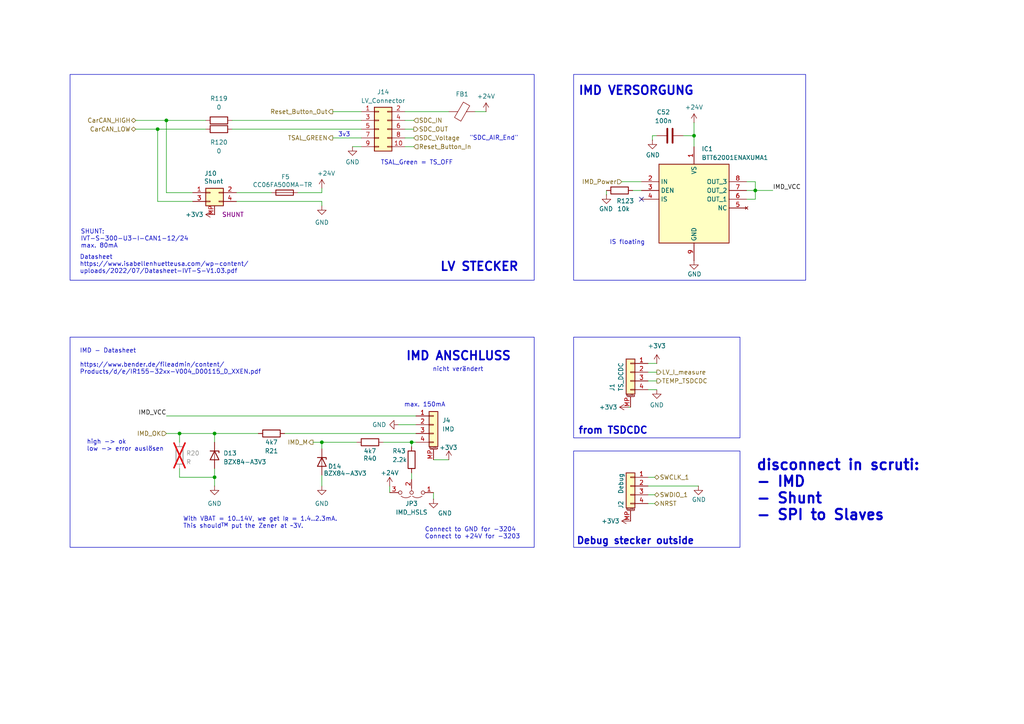
<source format=kicad_sch>
(kicad_sch
	(version 20231120)
	(generator "eeschema")
	(generator_version "8.0")
	(uuid "200fd554-4226-4e14-a1ce-db0521b00741")
	(paper "A4")
	(lib_symbols
		(symbol "BTT62001ENAXUMA1:BTT62001ENAXUMA1"
			(exclude_from_sim no)
			(in_bom yes)
			(on_board yes)
			(property "Reference" "IC"
				(at 26.67 7.62 0)
				(effects
					(font
						(size 1.27 1.27)
					)
					(justify left top)
				)
			)
			(property "Value" "BTT62001ENAXUMA1"
				(at 26.67 5.08 0)
				(effects
					(font
						(size 1.27 1.27)
					)
					(justify left top)
				)
			)
			(property "Footprint" "SOIC127P600X115-9N"
				(at 26.67 -94.92 0)
				(effects
					(font
						(size 1.27 1.27)
					)
					(justify left top)
					(hide yes)
				)
			)
			(property "Datasheet" "https://www.infineon.com/dgdl/Infineon-BTT6200-1ENA-DS-v01_00-EN.pdf?fileId=5546d462636cc8fb01645f3a31f312e9"
				(at 26.67 -194.92 0)
				(effects
					(font
						(size 1.27 1.27)
					)
					(justify left top)
					(hide yes)
				)
			)
			(property "Description" "Infineon PROFET"
				(at -2.54 5.334 0)
				(effects
					(font
						(size 1.27 1.27)
					)
					(hide yes)
				)
			)
			(property "Height" "1.15"
				(at 26.67 -394.92 0)
				(effects
					(font
						(size 1.27 1.27)
					)
					(justify left top)
					(hide yes)
				)
			)
			(property "Manufacturer_Name" "Infineon"
				(at 26.67 -494.92 0)
				(effects
					(font
						(size 1.27 1.27)
					)
					(justify left top)
					(hide yes)
				)
			)
			(property "Manufacturer_Part_Number" "BTT62001ENAXUMA1"
				(at 26.67 -594.92 0)
				(effects
					(font
						(size 1.27 1.27)
					)
					(justify left top)
					(hide yes)
				)
			)
			(property "Arrow Part Number" "BTT62001ENAXUMA1"
				(at 26.67 -694.92 0)
				(effects
					(font
						(size 1.27 1.27)
					)
					(justify left top)
					(hide yes)
				)
			)
			(property "Arrow Price/Stock" "https://www.arrow.com/en/products/btt62001enaxuma1/infineon-technologies-ag"
				(at 26.67 -794.92 0)
				(effects
					(font
						(size 1.27 1.27)
					)
					(justify left top)
					(hide yes)
				)
			)
			(symbol "BTT62001ENAXUMA1_1_1"
				(rectangle
					(start 5.08 2.54)
					(end 25.4 -20.32)
					(stroke
						(width 0.254)
						(type default)
					)
					(fill
						(type background)
					)
				)
				(pin passive line
					(at 15.24 7.62 270)
					(length 5.08)
					(name "VS"
						(effects
							(font
								(size 1.27 1.27)
							)
						)
					)
					(number "1"
						(effects
							(font
								(size 1.27 1.27)
							)
						)
					)
				)
				(pin passive line
					(at 0 -2.54 0)
					(length 5.08)
					(name "IN"
						(effects
							(font
								(size 1.27 1.27)
							)
						)
					)
					(number "2"
						(effects
							(font
								(size 1.27 1.27)
							)
						)
					)
				)
				(pin passive line
					(at 0 -5.08 0)
					(length 5.08)
					(name "DEN"
						(effects
							(font
								(size 1.27 1.27)
							)
						)
					)
					(number "3"
						(effects
							(font
								(size 1.27 1.27)
							)
						)
					)
				)
				(pin passive line
					(at 0 -7.62 0)
					(length 5.08)
					(name "IS"
						(effects
							(font
								(size 1.27 1.27)
							)
						)
					)
					(number "4"
						(effects
							(font
								(size 1.27 1.27)
							)
						)
					)
				)
				(pin no_connect line
					(at 30.48 -10.16 180)
					(length 5.08)
					(name "NC"
						(effects
							(font
								(size 1.27 1.27)
							)
						)
					)
					(number "5"
						(effects
							(font
								(size 1.27 1.27)
							)
						)
					)
				)
				(pin passive line
					(at 30.48 -7.62 180)
					(length 5.08)
					(name "OUT_1"
						(effects
							(font
								(size 1.27 1.27)
							)
						)
					)
					(number "6"
						(effects
							(font
								(size 1.27 1.27)
							)
						)
					)
				)
				(pin passive line
					(at 30.48 -5.08 180)
					(length 5.08)
					(name "OUT_2"
						(effects
							(font
								(size 1.27 1.27)
							)
						)
					)
					(number "7"
						(effects
							(font
								(size 1.27 1.27)
							)
						)
					)
				)
				(pin passive line
					(at 30.48 -2.54 180)
					(length 5.08)
					(name "OUT_3"
						(effects
							(font
								(size 1.27 1.27)
							)
						)
					)
					(number "8"
						(effects
							(font
								(size 1.27 1.27)
							)
						)
					)
				)
				(pin passive line
					(at 15.24 -25.4 90)
					(length 5.08)
					(name "GND"
						(effects
							(font
								(size 1.27 1.27)
							)
						)
					)
					(number "9"
						(effects
							(font
								(size 1.27 1.27)
							)
						)
					)
				)
			)
		)
		(symbol "Connector_Generic:Conn_02x05_Odd_Even"
			(pin_names
				(offset 1.016) hide)
			(exclude_from_sim no)
			(in_bom yes)
			(on_board yes)
			(property "Reference" "J"
				(at 1.27 7.62 0)
				(effects
					(font
						(size 1.27 1.27)
					)
				)
			)
			(property "Value" "Conn_02x05_Odd_Even"
				(at 1.27 -7.62 0)
				(effects
					(font
						(size 1.27 1.27)
					)
				)
			)
			(property "Footprint" ""
				(at 0 0 0)
				(effects
					(font
						(size 1.27 1.27)
					)
					(hide yes)
				)
			)
			(property "Datasheet" "~"
				(at 0 0 0)
				(effects
					(font
						(size 1.27 1.27)
					)
					(hide yes)
				)
			)
			(property "Description" "Generic connector, double row, 02x05, odd/even pin numbering scheme (row 1 odd numbers, row 2 even numbers), script generated (kicad-library-utils/schlib/autogen/connector/)"
				(at 0 0 0)
				(effects
					(font
						(size 1.27 1.27)
					)
					(hide yes)
				)
			)
			(property "ki_keywords" "connector"
				(at 0 0 0)
				(effects
					(font
						(size 1.27 1.27)
					)
					(hide yes)
				)
			)
			(property "ki_fp_filters" "Connector*:*_2x??_*"
				(at 0 0 0)
				(effects
					(font
						(size 1.27 1.27)
					)
					(hide yes)
				)
			)
			(symbol "Conn_02x05_Odd_Even_1_1"
				(rectangle
					(start -1.27 -4.953)
					(end 0 -5.207)
					(stroke
						(width 0.1524)
						(type default)
					)
					(fill
						(type none)
					)
				)
				(rectangle
					(start -1.27 -2.413)
					(end 0 -2.667)
					(stroke
						(width 0.1524)
						(type default)
					)
					(fill
						(type none)
					)
				)
				(rectangle
					(start -1.27 0.127)
					(end 0 -0.127)
					(stroke
						(width 0.1524)
						(type default)
					)
					(fill
						(type none)
					)
				)
				(rectangle
					(start -1.27 2.667)
					(end 0 2.413)
					(stroke
						(width 0.1524)
						(type default)
					)
					(fill
						(type none)
					)
				)
				(rectangle
					(start -1.27 5.207)
					(end 0 4.953)
					(stroke
						(width 0.1524)
						(type default)
					)
					(fill
						(type none)
					)
				)
				(rectangle
					(start -1.27 6.35)
					(end 3.81 -6.35)
					(stroke
						(width 0.254)
						(type default)
					)
					(fill
						(type background)
					)
				)
				(rectangle
					(start 3.81 -4.953)
					(end 2.54 -5.207)
					(stroke
						(width 0.1524)
						(type default)
					)
					(fill
						(type none)
					)
				)
				(rectangle
					(start 3.81 -2.413)
					(end 2.54 -2.667)
					(stroke
						(width 0.1524)
						(type default)
					)
					(fill
						(type none)
					)
				)
				(rectangle
					(start 3.81 0.127)
					(end 2.54 -0.127)
					(stroke
						(width 0.1524)
						(type default)
					)
					(fill
						(type none)
					)
				)
				(rectangle
					(start 3.81 2.667)
					(end 2.54 2.413)
					(stroke
						(width 0.1524)
						(type default)
					)
					(fill
						(type none)
					)
				)
				(rectangle
					(start 3.81 5.207)
					(end 2.54 4.953)
					(stroke
						(width 0.1524)
						(type default)
					)
					(fill
						(type none)
					)
				)
				(pin passive line
					(at -5.08 5.08 0)
					(length 3.81)
					(name "Pin_1"
						(effects
							(font
								(size 1.27 1.27)
							)
						)
					)
					(number "1"
						(effects
							(font
								(size 1.27 1.27)
							)
						)
					)
				)
				(pin passive line
					(at 7.62 -5.08 180)
					(length 3.81)
					(name "Pin_10"
						(effects
							(font
								(size 1.27 1.27)
							)
						)
					)
					(number "10"
						(effects
							(font
								(size 1.27 1.27)
							)
						)
					)
				)
				(pin passive line
					(at 7.62 5.08 180)
					(length 3.81)
					(name "Pin_2"
						(effects
							(font
								(size 1.27 1.27)
							)
						)
					)
					(number "2"
						(effects
							(font
								(size 1.27 1.27)
							)
						)
					)
				)
				(pin passive line
					(at -5.08 2.54 0)
					(length 3.81)
					(name "Pin_3"
						(effects
							(font
								(size 1.27 1.27)
							)
						)
					)
					(number "3"
						(effects
							(font
								(size 1.27 1.27)
							)
						)
					)
				)
				(pin passive line
					(at 7.62 2.54 180)
					(length 3.81)
					(name "Pin_4"
						(effects
							(font
								(size 1.27 1.27)
							)
						)
					)
					(number "4"
						(effects
							(font
								(size 1.27 1.27)
							)
						)
					)
				)
				(pin passive line
					(at -5.08 0 0)
					(length 3.81)
					(name "Pin_5"
						(effects
							(font
								(size 1.27 1.27)
							)
						)
					)
					(number "5"
						(effects
							(font
								(size 1.27 1.27)
							)
						)
					)
				)
				(pin passive line
					(at 7.62 0 180)
					(length 3.81)
					(name "Pin_6"
						(effects
							(font
								(size 1.27 1.27)
							)
						)
					)
					(number "6"
						(effects
							(font
								(size 1.27 1.27)
							)
						)
					)
				)
				(pin passive line
					(at -5.08 -2.54 0)
					(length 3.81)
					(name "Pin_7"
						(effects
							(font
								(size 1.27 1.27)
							)
						)
					)
					(number "7"
						(effects
							(font
								(size 1.27 1.27)
							)
						)
					)
				)
				(pin passive line
					(at 7.62 -2.54 180)
					(length 3.81)
					(name "Pin_8"
						(effects
							(font
								(size 1.27 1.27)
							)
						)
					)
					(number "8"
						(effects
							(font
								(size 1.27 1.27)
							)
						)
					)
				)
				(pin passive line
					(at -5.08 -5.08 0)
					(length 3.81)
					(name "Pin_9"
						(effects
							(font
								(size 1.27 1.27)
							)
						)
					)
					(number "9"
						(effects
							(font
								(size 1.27 1.27)
							)
						)
					)
				)
			)
		)
		(symbol "Connector_Generic_MountingPin:Conn_01x04_MountingPin"
			(pin_names
				(offset 1.016) hide)
			(exclude_from_sim no)
			(in_bom yes)
			(on_board yes)
			(property "Reference" "J"
				(at 0 5.08 0)
				(effects
					(font
						(size 1.27 1.27)
					)
				)
			)
			(property "Value" "Conn_01x04_MountingPin"
				(at 1.27 -7.62 0)
				(effects
					(font
						(size 1.27 1.27)
					)
					(justify left)
				)
			)
			(property "Footprint" ""
				(at 0 0 0)
				(effects
					(font
						(size 1.27 1.27)
					)
					(hide yes)
				)
			)
			(property "Datasheet" "~"
				(at 0 0 0)
				(effects
					(font
						(size 1.27 1.27)
					)
					(hide yes)
				)
			)
			(property "Description" "Generic connectable mounting pin connector, single row, 01x04, script generated (kicad-library-utils/schlib/autogen/connector/)"
				(at 0 0 0)
				(effects
					(font
						(size 1.27 1.27)
					)
					(hide yes)
				)
			)
			(property "ki_keywords" "connector"
				(at 0 0 0)
				(effects
					(font
						(size 1.27 1.27)
					)
					(hide yes)
				)
			)
			(property "ki_fp_filters" "Connector*:*_1x??-1MP*"
				(at 0 0 0)
				(effects
					(font
						(size 1.27 1.27)
					)
					(hide yes)
				)
			)
			(symbol "Conn_01x04_MountingPin_1_1"
				(rectangle
					(start -1.27 -4.953)
					(end 0 -5.207)
					(stroke
						(width 0.1524)
						(type default)
					)
					(fill
						(type none)
					)
				)
				(rectangle
					(start -1.27 -2.413)
					(end 0 -2.667)
					(stroke
						(width 0.1524)
						(type default)
					)
					(fill
						(type none)
					)
				)
				(rectangle
					(start -1.27 0.127)
					(end 0 -0.127)
					(stroke
						(width 0.1524)
						(type default)
					)
					(fill
						(type none)
					)
				)
				(rectangle
					(start -1.27 2.667)
					(end 0 2.413)
					(stroke
						(width 0.1524)
						(type default)
					)
					(fill
						(type none)
					)
				)
				(rectangle
					(start -1.27 3.81)
					(end 1.27 -6.35)
					(stroke
						(width 0.254)
						(type default)
					)
					(fill
						(type background)
					)
				)
				(polyline
					(pts
						(xy -1.016 -7.112) (xy 1.016 -7.112)
					)
					(stroke
						(width 0.1524)
						(type default)
					)
					(fill
						(type none)
					)
				)
				(text "Mounting"
					(at 0 -6.731 0)
					(effects
						(font
							(size 0.381 0.381)
						)
					)
				)
				(pin passive line
					(at -5.08 2.54 0)
					(length 3.81)
					(name "Pin_1"
						(effects
							(font
								(size 1.27 1.27)
							)
						)
					)
					(number "1"
						(effects
							(font
								(size 1.27 1.27)
							)
						)
					)
				)
				(pin passive line
					(at -5.08 0 0)
					(length 3.81)
					(name "Pin_2"
						(effects
							(font
								(size 1.27 1.27)
							)
						)
					)
					(number "2"
						(effects
							(font
								(size 1.27 1.27)
							)
						)
					)
				)
				(pin passive line
					(at -5.08 -2.54 0)
					(length 3.81)
					(name "Pin_3"
						(effects
							(font
								(size 1.27 1.27)
							)
						)
					)
					(number "3"
						(effects
							(font
								(size 1.27 1.27)
							)
						)
					)
				)
				(pin passive line
					(at -5.08 -5.08 0)
					(length 3.81)
					(name "Pin_4"
						(effects
							(font
								(size 1.27 1.27)
							)
						)
					)
					(number "4"
						(effects
							(font
								(size 1.27 1.27)
							)
						)
					)
				)
				(pin passive line
					(at 0 -10.16 90)
					(length 3.048)
					(name "MountPin"
						(effects
							(font
								(size 1.27 1.27)
							)
						)
					)
					(number "MP"
						(effects
							(font
								(size 1.27 1.27)
							)
						)
					)
				)
			)
		)
		(symbol "Device:C"
			(pin_numbers hide)
			(pin_names
				(offset 0.254)
			)
			(exclude_from_sim no)
			(in_bom yes)
			(on_board yes)
			(property "Reference" "C"
				(at 0.635 2.54 0)
				(effects
					(font
						(size 1.27 1.27)
					)
					(justify left)
				)
			)
			(property "Value" "C"
				(at 0.635 -2.54 0)
				(effects
					(font
						(size 1.27 1.27)
					)
					(justify left)
				)
			)
			(property "Footprint" ""
				(at 0.9652 -3.81 0)
				(effects
					(font
						(size 1.27 1.27)
					)
					(hide yes)
				)
			)
			(property "Datasheet" "~"
				(at 0 0 0)
				(effects
					(font
						(size 1.27 1.27)
					)
					(hide yes)
				)
			)
			(property "Description" "Unpolarized capacitor"
				(at 0 0 0)
				(effects
					(font
						(size 1.27 1.27)
					)
					(hide yes)
				)
			)
			(property "ki_keywords" "cap capacitor"
				(at 0 0 0)
				(effects
					(font
						(size 1.27 1.27)
					)
					(hide yes)
				)
			)
			(property "ki_fp_filters" "C_*"
				(at 0 0 0)
				(effects
					(font
						(size 1.27 1.27)
					)
					(hide yes)
				)
			)
			(symbol "C_0_1"
				(polyline
					(pts
						(xy -2.032 -0.762) (xy 2.032 -0.762)
					)
					(stroke
						(width 0.508)
						(type default)
					)
					(fill
						(type none)
					)
				)
				(polyline
					(pts
						(xy -2.032 0.762) (xy 2.032 0.762)
					)
					(stroke
						(width 0.508)
						(type default)
					)
					(fill
						(type none)
					)
				)
			)
			(symbol "C_1_1"
				(pin passive line
					(at 0 3.81 270)
					(length 2.794)
					(name "~"
						(effects
							(font
								(size 1.27 1.27)
							)
						)
					)
					(number "1"
						(effects
							(font
								(size 1.27 1.27)
							)
						)
					)
				)
				(pin passive line
					(at 0 -3.81 90)
					(length 2.794)
					(name "~"
						(effects
							(font
								(size 1.27 1.27)
							)
						)
					)
					(number "2"
						(effects
							(font
								(size 1.27 1.27)
							)
						)
					)
				)
			)
		)
		(symbol "Device:FerriteBead"
			(pin_numbers hide)
			(pin_names
				(offset 0)
			)
			(exclude_from_sim no)
			(in_bom yes)
			(on_board yes)
			(property "Reference" "FB"
				(at -3.81 0.635 90)
				(effects
					(font
						(size 1.27 1.27)
					)
				)
			)
			(property "Value" "FerriteBead"
				(at 3.81 0 90)
				(effects
					(font
						(size 1.27 1.27)
					)
				)
			)
			(property "Footprint" ""
				(at -1.778 0 90)
				(effects
					(font
						(size 1.27 1.27)
					)
					(hide yes)
				)
			)
			(property "Datasheet" "~"
				(at 0 0 0)
				(effects
					(font
						(size 1.27 1.27)
					)
					(hide yes)
				)
			)
			(property "Description" "Ferrite bead"
				(at 0 0 0)
				(effects
					(font
						(size 1.27 1.27)
					)
					(hide yes)
				)
			)
			(property "ki_keywords" "L ferrite bead inductor filter"
				(at 0 0 0)
				(effects
					(font
						(size 1.27 1.27)
					)
					(hide yes)
				)
			)
			(property "ki_fp_filters" "Inductor_* L_* *Ferrite*"
				(at 0 0 0)
				(effects
					(font
						(size 1.27 1.27)
					)
					(hide yes)
				)
			)
			(symbol "FerriteBead_0_1"
				(polyline
					(pts
						(xy 0 -1.27) (xy 0 -1.2192)
					)
					(stroke
						(width 0)
						(type default)
					)
					(fill
						(type none)
					)
				)
				(polyline
					(pts
						(xy 0 1.27) (xy 0 1.2954)
					)
					(stroke
						(width 0)
						(type default)
					)
					(fill
						(type none)
					)
				)
				(polyline
					(pts
						(xy -2.7686 0.4064) (xy -1.7018 2.2606) (xy 2.7686 -0.3048) (xy 1.6764 -2.159) (xy -2.7686 0.4064)
					)
					(stroke
						(width 0)
						(type default)
					)
					(fill
						(type none)
					)
				)
			)
			(symbol "FerriteBead_1_1"
				(pin passive line
					(at 0 3.81 270)
					(length 2.54)
					(name "~"
						(effects
							(font
								(size 1.27 1.27)
							)
						)
					)
					(number "1"
						(effects
							(font
								(size 1.27 1.27)
							)
						)
					)
				)
				(pin passive line
					(at 0 -3.81 90)
					(length 2.54)
					(name "~"
						(effects
							(font
								(size 1.27 1.27)
							)
						)
					)
					(number "2"
						(effects
							(font
								(size 1.27 1.27)
							)
						)
					)
				)
			)
		)
		(symbol "Device:Fuse"
			(pin_numbers hide)
			(pin_names
				(offset 0)
			)
			(exclude_from_sim no)
			(in_bom yes)
			(on_board yes)
			(property "Reference" "F"
				(at 2.032 0 90)
				(effects
					(font
						(size 1.27 1.27)
					)
				)
			)
			(property "Value" "Fuse"
				(at -1.905 0 90)
				(effects
					(font
						(size 1.27 1.27)
					)
				)
			)
			(property "Footprint" ""
				(at -1.778 0 90)
				(effects
					(font
						(size 1.27 1.27)
					)
					(hide yes)
				)
			)
			(property "Datasheet" "~"
				(at 0 0 0)
				(effects
					(font
						(size 1.27 1.27)
					)
					(hide yes)
				)
			)
			(property "Description" "Fuse"
				(at 0 0 0)
				(effects
					(font
						(size 1.27 1.27)
					)
					(hide yes)
				)
			)
			(property "ki_keywords" "fuse"
				(at 0 0 0)
				(effects
					(font
						(size 1.27 1.27)
					)
					(hide yes)
				)
			)
			(property "ki_fp_filters" "*Fuse*"
				(at 0 0 0)
				(effects
					(font
						(size 1.27 1.27)
					)
					(hide yes)
				)
			)
			(symbol "Fuse_0_1"
				(rectangle
					(start -0.762 -2.54)
					(end 0.762 2.54)
					(stroke
						(width 0.254)
						(type default)
					)
					(fill
						(type none)
					)
				)
				(polyline
					(pts
						(xy 0 2.54) (xy 0 -2.54)
					)
					(stroke
						(width 0)
						(type default)
					)
					(fill
						(type none)
					)
				)
			)
			(symbol "Fuse_1_1"
				(pin passive line
					(at 0 3.81 270)
					(length 1.27)
					(name "~"
						(effects
							(font
								(size 1.27 1.27)
							)
						)
					)
					(number "1"
						(effects
							(font
								(size 1.27 1.27)
							)
						)
					)
				)
				(pin passive line
					(at 0 -3.81 90)
					(length 1.27)
					(name "~"
						(effects
							(font
								(size 1.27 1.27)
							)
						)
					)
					(number "2"
						(effects
							(font
								(size 1.27 1.27)
							)
						)
					)
				)
			)
		)
		(symbol "Device:R"
			(pin_numbers hide)
			(pin_names
				(offset 0)
			)
			(exclude_from_sim no)
			(in_bom yes)
			(on_board yes)
			(property "Reference" "R"
				(at 2.032 0 90)
				(effects
					(font
						(size 1.27 1.27)
					)
				)
			)
			(property "Value" "R"
				(at 0 0 90)
				(effects
					(font
						(size 1.27 1.27)
					)
				)
			)
			(property "Footprint" ""
				(at -1.778 0 90)
				(effects
					(font
						(size 1.27 1.27)
					)
					(hide yes)
				)
			)
			(property "Datasheet" "~"
				(at 0 0 0)
				(effects
					(font
						(size 1.27 1.27)
					)
					(hide yes)
				)
			)
			(property "Description" "Resistor"
				(at 0 0 0)
				(effects
					(font
						(size 1.27 1.27)
					)
					(hide yes)
				)
			)
			(property "ki_keywords" "R res resistor"
				(at 0 0 0)
				(effects
					(font
						(size 1.27 1.27)
					)
					(hide yes)
				)
			)
			(property "ki_fp_filters" "R_*"
				(at 0 0 0)
				(effects
					(font
						(size 1.27 1.27)
					)
					(hide yes)
				)
			)
			(symbol "R_0_1"
				(rectangle
					(start -1.016 -2.54)
					(end 1.016 2.54)
					(stroke
						(width 0.254)
						(type default)
					)
					(fill
						(type none)
					)
				)
			)
			(symbol "R_1_1"
				(pin passive line
					(at 0 3.81 270)
					(length 1.27)
					(name "~"
						(effects
							(font
								(size 1.27 1.27)
							)
						)
					)
					(number "1"
						(effects
							(font
								(size 1.27 1.27)
							)
						)
					)
				)
				(pin passive line
					(at 0 -3.81 90)
					(length 1.27)
					(name "~"
						(effects
							(font
								(size 1.27 1.27)
							)
						)
					)
					(number "2"
						(effects
							(font
								(size 1.27 1.27)
							)
						)
					)
				)
			)
		)
		(symbol "Jumper:Jumper_3_Open"
			(pin_names
				(offset 0) hide)
			(exclude_from_sim no)
			(in_bom yes)
			(on_board yes)
			(property "Reference" "JP"
				(at -2.54 -2.54 0)
				(effects
					(font
						(size 1.27 1.27)
					)
				)
			)
			(property "Value" "Jumper_3_Open"
				(at 0 2.794 0)
				(effects
					(font
						(size 1.27 1.27)
					)
				)
			)
			(property "Footprint" ""
				(at 0 0 0)
				(effects
					(font
						(size 1.27 1.27)
					)
					(hide yes)
				)
			)
			(property "Datasheet" "~"
				(at 0 0 0)
				(effects
					(font
						(size 1.27 1.27)
					)
					(hide yes)
				)
			)
			(property "Description" "Jumper, 3-pole, both open"
				(at 0 0 0)
				(effects
					(font
						(size 1.27 1.27)
					)
					(hide yes)
				)
			)
			(property "ki_keywords" "Jumper SPDT"
				(at 0 0 0)
				(effects
					(font
						(size 1.27 1.27)
					)
					(hide yes)
				)
			)
			(property "ki_fp_filters" "Jumper* TestPoint*3Pads* TestPoint*Bridge*"
				(at 0 0 0)
				(effects
					(font
						(size 1.27 1.27)
					)
					(hide yes)
				)
			)
			(symbol "Jumper_3_Open_0_0"
				(circle
					(center -3.302 0)
					(radius 0.508)
					(stroke
						(width 0)
						(type default)
					)
					(fill
						(type none)
					)
				)
				(circle
					(center 0 0)
					(radius 0.508)
					(stroke
						(width 0)
						(type default)
					)
					(fill
						(type none)
					)
				)
				(circle
					(center 3.302 0)
					(radius 0.508)
					(stroke
						(width 0)
						(type default)
					)
					(fill
						(type none)
					)
				)
			)
			(symbol "Jumper_3_Open_0_1"
				(arc
					(start -0.254 1.016)
					(mid -1.651 1.4992)
					(end -3.048 1.016)
					(stroke
						(width 0)
						(type default)
					)
					(fill
						(type none)
					)
				)
				(polyline
					(pts
						(xy 0 -0.508) (xy 0 -1.27)
					)
					(stroke
						(width 0)
						(type default)
					)
					(fill
						(type none)
					)
				)
				(arc
					(start 3.048 1.016)
					(mid 1.651 1.4992)
					(end 0.254 1.016)
					(stroke
						(width 0)
						(type default)
					)
					(fill
						(type none)
					)
				)
			)
			(symbol "Jumper_3_Open_1_1"
				(pin passive line
					(at -6.35 0 0)
					(length 2.54)
					(name "A"
						(effects
							(font
								(size 1.27 1.27)
							)
						)
					)
					(number "1"
						(effects
							(font
								(size 1.27 1.27)
							)
						)
					)
				)
				(pin passive line
					(at 0 -3.81 90)
					(length 2.54)
					(name "C"
						(effects
							(font
								(size 1.27 1.27)
							)
						)
					)
					(number "2"
						(effects
							(font
								(size 1.27 1.27)
							)
						)
					)
				)
				(pin passive line
					(at 6.35 0 180)
					(length 2.54)
					(name "B"
						(effects
							(font
								(size 1.27 1.27)
							)
						)
					)
					(number "3"
						(effects
							(font
								(size 1.27 1.27)
							)
						)
					)
				)
			)
		)
		(symbol "Master:BZX84-A3V3"
			(pin_numbers hide)
			(pin_names
				(offset 1.016) hide)
			(exclude_from_sim no)
			(in_bom yes)
			(on_board yes)
			(property "Reference" "D"
				(at 0 2.54 0)
				(effects
					(font
						(size 1.27 1.27)
					)
				)
			)
			(property "Value" "BZX84-A3V3"
				(at 0 -2.54 0)
				(effects
					(font
						(size 1.27 1.27)
					)
				)
			)
			(property "Footprint" "Package_TO_SOT_SMD:SOT-23-3"
				(at 0 5.08 0)
				(effects
					(font
						(size 1.27 1.27)
					)
					(hide yes)
				)
			)
			(property "Datasheet" "~"
				(at 0 0 0)
				(effects
					(font
						(size 1.27 1.27)
					)
					(hide yes)
				)
			)
			(property "Description" "Zener diode 3.3V SOT-23"
				(at 0 0 0)
				(effects
					(font
						(size 1.27 1.27)
					)
					(hide yes)
				)
			)
			(property "ki_keywords" "diode"
				(at 0 0 0)
				(effects
					(font
						(size 1.27 1.27)
					)
					(hide yes)
				)
			)
			(property "ki_fp_filters" "TO-???* *_Diode_* *SingleDiode* D_*"
				(at 0 0 0)
				(effects
					(font
						(size 1.27 1.27)
					)
					(hide yes)
				)
			)
			(symbol "BZX84-A3V3_0_1"
				(polyline
					(pts
						(xy 1.27 0) (xy -1.27 0)
					)
					(stroke
						(width 0)
						(type default)
					)
					(fill
						(type none)
					)
				)
				(polyline
					(pts
						(xy -1.27 -1.27) (xy -1.27 1.27) (xy -0.762 1.27)
					)
					(stroke
						(width 0.254)
						(type default)
					)
					(fill
						(type none)
					)
				)
				(polyline
					(pts
						(xy 1.27 -1.27) (xy 1.27 1.27) (xy -1.27 0) (xy 1.27 -1.27)
					)
					(stroke
						(width 0.254)
						(type default)
					)
					(fill
						(type none)
					)
				)
			)
			(symbol "BZX84-A3V3_1_1"
				(pin passive line
					(at 3.81 0 180)
					(length 2.54)
					(name "A"
						(effects
							(font
								(size 1.27 1.27)
							)
						)
					)
					(number "1"
						(effects
							(font
								(size 1.27 1.27)
							)
						)
					)
				)
				(pin passive line
					(at -3.81 0 0)
					(length 2.54)
					(name "K"
						(effects
							(font
								(size 1.27 1.27)
							)
						)
					)
					(number "3"
						(effects
							(font
								(size 1.27 1.27)
							)
						)
					)
				)
			)
		)
		(symbol "Master:MMNL_2x2p_vertical"
			(pin_names
				(offset 1.016) hide)
			(exclude_from_sim no)
			(in_bom yes)
			(on_board yes)
			(property "Reference" "J"
				(at 1.27 2.54 0)
				(effects
					(font
						(size 1.27 1.27)
					)
				)
			)
			(property "Value" "MMNL_2x2p_vertical"
				(at 1.27 -5.08 0)
				(effects
					(font
						(size 1.27 1.27)
					)
				)
			)
			(property "Footprint" "FaSTTUBe_connectors:Micro_Mate-N-Lok_2x2p_vertical"
				(at 2.54 -7.112 0)
				(effects
					(font
						(size 1.27 1.27)
					)
					(hide yes)
				)
			)
			(property "Datasheet" "~"
				(at 0 0 0)
				(effects
					(font
						(size 1.27 1.27)
					)
					(hide yes)
				)
			)
			(property "Description" "Generic connector, double row, 02x02, odd/even pin numbering scheme (row 1 odd numbers, row 2 even numbers), script generated (kicad-library-utils/schlib/autogen/connector/)"
				(at 2.032 -9.398 0)
				(effects
					(font
						(size 1.27 1.27)
					)
					(hide yes)
				)
			)
			(property "ki_keywords" "connector"
				(at 0 0 0)
				(effects
					(font
						(size 1.27 1.27)
					)
					(hide yes)
				)
			)
			(property "ki_fp_filters" "Connector*:*_2x??_*"
				(at 0 0 0)
				(effects
					(font
						(size 1.27 1.27)
					)
					(hide yes)
				)
			)
			(symbol "MMNL_2x2p_vertical_1_1"
				(rectangle
					(start -1.27 -2.413)
					(end 0 -2.667)
					(stroke
						(width 0.1524)
						(type default)
					)
					(fill
						(type none)
					)
				)
				(rectangle
					(start -1.27 0.127)
					(end 0 -0.127)
					(stroke
						(width 0.1524)
						(type default)
					)
					(fill
						(type none)
					)
				)
				(rectangle
					(start -1.27 1.27)
					(end 3.81 -3.81)
					(stroke
						(width 0.254)
						(type default)
					)
					(fill
						(type background)
					)
				)
				(rectangle
					(start 3.81 -2.413)
					(end 2.54 -2.667)
					(stroke
						(width 0.1524)
						(type default)
					)
					(fill
						(type none)
					)
				)
				(rectangle
					(start 3.81 0.127)
					(end 2.54 -0.127)
					(stroke
						(width 0.1524)
						(type default)
					)
					(fill
						(type none)
					)
				)
				(pin passive line
					(at -5.08 0 0)
					(length 3.81)
					(name "Pin_1"
						(effects
							(font
								(size 1.27 1.27)
							)
						)
					)
					(number "1"
						(effects
							(font
								(size 1.27 1.27)
							)
						)
					)
				)
				(pin passive line
					(at 7.62 0 180)
					(length 3.81)
					(name "Pin_2"
						(effects
							(font
								(size 1.27 1.27)
							)
						)
					)
					(number "2"
						(effects
							(font
								(size 1.27 1.27)
							)
						)
					)
				)
				(pin passive line
					(at -5.08 -2.54 0)
					(length 3.81)
					(name "Pin_3"
						(effects
							(font
								(size 1.27 1.27)
							)
						)
					)
					(number "3"
						(effects
							(font
								(size 1.27 1.27)
							)
						)
					)
				)
				(pin passive line
					(at 7.62 -2.54 180)
					(length 3.81)
					(name "Pin_4"
						(effects
							(font
								(size 1.27 1.27)
							)
						)
					)
					(number "4"
						(effects
							(font
								(size 1.27 1.27)
							)
						)
					)
				)
				(pin passive line
					(at 1.27 -6.35 90)
					(length 2.54)
					(name ""
						(effects
							(font
								(size 1.27 1.27)
							)
						)
					)
					(number "MP"
						(effects
							(font
								(size 1.27 1.27)
							)
						)
					)
				)
			)
		)
		(symbol "power:+12V"
			(power)
			(pin_numbers hide)
			(pin_names
				(offset 0) hide)
			(exclude_from_sim no)
			(in_bom yes)
			(on_board yes)
			(property "Reference" "#PWR"
				(at 0 -3.81 0)
				(effects
					(font
						(size 1.27 1.27)
					)
					(hide yes)
				)
			)
			(property "Value" "+12V"
				(at 0 3.556 0)
				(effects
					(font
						(size 1.27 1.27)
					)
				)
			)
			(property "Footprint" ""
				(at 0 0 0)
				(effects
					(font
						(size 1.27 1.27)
					)
					(hide yes)
				)
			)
			(property "Datasheet" ""
				(at 0 0 0)
				(effects
					(font
						(size 1.27 1.27)
					)
					(hide yes)
				)
			)
			(property "Description" "Power symbol creates a global label with name \"+12V\""
				(at 0 0 0)
				(effects
					(font
						(size 1.27 1.27)
					)
					(hide yes)
				)
			)
			(property "ki_keywords" "global power"
				(at 0 0 0)
				(effects
					(font
						(size 1.27 1.27)
					)
					(hide yes)
				)
			)
			(symbol "+12V_0_1"
				(polyline
					(pts
						(xy -0.762 1.27) (xy 0 2.54)
					)
					(stroke
						(width 0)
						(type default)
					)
					(fill
						(type none)
					)
				)
				(polyline
					(pts
						(xy 0 0) (xy 0 2.54)
					)
					(stroke
						(width 0)
						(type default)
					)
					(fill
						(type none)
					)
				)
				(polyline
					(pts
						(xy 0 2.54) (xy 0.762 1.27)
					)
					(stroke
						(width 0)
						(type default)
					)
					(fill
						(type none)
					)
				)
			)
			(symbol "+12V_1_1"
				(pin power_in line
					(at 0 0 90)
					(length 0)
					(name "~"
						(effects
							(font
								(size 1.27 1.27)
							)
						)
					)
					(number "1"
						(effects
							(font
								(size 1.27 1.27)
							)
						)
					)
				)
			)
		)
		(symbol "power:+24V"
			(power)
			(pin_numbers hide)
			(pin_names
				(offset 0) hide)
			(exclude_from_sim no)
			(in_bom yes)
			(on_board yes)
			(property "Reference" "#PWR"
				(at 0 -3.81 0)
				(effects
					(font
						(size 1.27 1.27)
					)
					(hide yes)
				)
			)
			(property "Value" "+24V"
				(at 0 3.556 0)
				(effects
					(font
						(size 1.27 1.27)
					)
				)
			)
			(property "Footprint" ""
				(at 0 0 0)
				(effects
					(font
						(size 1.27 1.27)
					)
					(hide yes)
				)
			)
			(property "Datasheet" ""
				(at 0 0 0)
				(effects
					(font
						(size 1.27 1.27)
					)
					(hide yes)
				)
			)
			(property "Description" "Power symbol creates a global label with name \"+24V\""
				(at 0 0 0)
				(effects
					(font
						(size 1.27 1.27)
					)
					(hide yes)
				)
			)
			(property "ki_keywords" "global power"
				(at 0 0 0)
				(effects
					(font
						(size 1.27 1.27)
					)
					(hide yes)
				)
			)
			(symbol "+24V_0_1"
				(polyline
					(pts
						(xy -0.762 1.27) (xy 0 2.54)
					)
					(stroke
						(width 0)
						(type default)
					)
					(fill
						(type none)
					)
				)
				(polyline
					(pts
						(xy 0 0) (xy 0 2.54)
					)
					(stroke
						(width 0)
						(type default)
					)
					(fill
						(type none)
					)
				)
				(polyline
					(pts
						(xy 0 2.54) (xy 0.762 1.27)
					)
					(stroke
						(width 0)
						(type default)
					)
					(fill
						(type none)
					)
				)
			)
			(symbol "+24V_1_1"
				(pin power_in line
					(at 0 0 90)
					(length 0)
					(name "~"
						(effects
							(font
								(size 1.27 1.27)
							)
						)
					)
					(number "1"
						(effects
							(font
								(size 1.27 1.27)
							)
						)
					)
				)
			)
		)
		(symbol "power:+3V3"
			(power)
			(pin_numbers hide)
			(pin_names
				(offset 0) hide)
			(exclude_from_sim no)
			(in_bom yes)
			(on_board yes)
			(property "Reference" "#PWR"
				(at 0 -3.81 0)
				(effects
					(font
						(size 1.27 1.27)
					)
					(hide yes)
				)
			)
			(property "Value" "+3V3"
				(at 0 3.556 0)
				(effects
					(font
						(size 1.27 1.27)
					)
				)
			)
			(property "Footprint" ""
				(at 0 0 0)
				(effects
					(font
						(size 1.27 1.27)
					)
					(hide yes)
				)
			)
			(property "Datasheet" ""
				(at 0 0 0)
				(effects
					(font
						(size 1.27 1.27)
					)
					(hide yes)
				)
			)
			(property "Description" "Power symbol creates a global label with name \"+3V3\""
				(at 0 0 0)
				(effects
					(font
						(size 1.27 1.27)
					)
					(hide yes)
				)
			)
			(property "ki_keywords" "global power"
				(at 0 0 0)
				(effects
					(font
						(size 1.27 1.27)
					)
					(hide yes)
				)
			)
			(symbol "+3V3_0_1"
				(polyline
					(pts
						(xy -0.762 1.27) (xy 0 2.54)
					)
					(stroke
						(width 0)
						(type default)
					)
					(fill
						(type none)
					)
				)
				(polyline
					(pts
						(xy 0 0) (xy 0 2.54)
					)
					(stroke
						(width 0)
						(type default)
					)
					(fill
						(type none)
					)
				)
				(polyline
					(pts
						(xy 0 2.54) (xy 0.762 1.27)
					)
					(stroke
						(width 0)
						(type default)
					)
					(fill
						(type none)
					)
				)
			)
			(symbol "+3V3_1_1"
				(pin power_in line
					(at 0 0 90)
					(length 0)
					(name "~"
						(effects
							(font
								(size 1.27 1.27)
							)
						)
					)
					(number "1"
						(effects
							(font
								(size 1.27 1.27)
							)
						)
					)
				)
			)
		)
		(symbol "power:GND"
			(power)
			(pin_numbers hide)
			(pin_names
				(offset 0) hide)
			(exclude_from_sim no)
			(in_bom yes)
			(on_board yes)
			(property "Reference" "#PWR"
				(at 0 -6.35 0)
				(effects
					(font
						(size 1.27 1.27)
					)
					(hide yes)
				)
			)
			(property "Value" "GND"
				(at 0 -3.81 0)
				(effects
					(font
						(size 1.27 1.27)
					)
				)
			)
			(property "Footprint" ""
				(at 0 0 0)
				(effects
					(font
						(size 1.27 1.27)
					)
					(hide yes)
				)
			)
			(property "Datasheet" ""
				(at 0 0 0)
				(effects
					(font
						(size 1.27 1.27)
					)
					(hide yes)
				)
			)
			(property "Description" "Power symbol creates a global label with name \"GND\" , ground"
				(at 0 0 0)
				(effects
					(font
						(size 1.27 1.27)
					)
					(hide yes)
				)
			)
			(property "ki_keywords" "global power"
				(at 0 0 0)
				(effects
					(font
						(size 1.27 1.27)
					)
					(hide yes)
				)
			)
			(symbol "GND_0_1"
				(polyline
					(pts
						(xy 0 0) (xy 0 -1.27) (xy 1.27 -1.27) (xy 0 -2.54) (xy -1.27 -1.27) (xy 0 -1.27)
					)
					(stroke
						(width 0)
						(type default)
					)
					(fill
						(type none)
					)
				)
			)
			(symbol "GND_1_1"
				(pin power_in line
					(at 0 0 270)
					(length 0)
					(name "~"
						(effects
							(font
								(size 1.27 1.27)
							)
						)
					)
					(number "1"
						(effects
							(font
								(size 1.27 1.27)
							)
						)
					)
				)
			)
		)
	)
	(junction
		(at 52.07 125.73)
		(diameter 0)
		(color 0 0 0 0)
		(uuid "19072f10-ee5a-4b22-866e-df3b513352af")
	)
	(junction
		(at 93.345 128.27)
		(diameter 0)
		(color 0 0 0 0)
		(uuid "42343a46-3f07-428a-bf16-87efa8edff8c")
	)
	(junction
		(at 48.26 34.925)
		(diameter 0)
		(color 0 0 0 0)
		(uuid "4769e45c-17ba-4922-b819-a8e35fb3acc2")
	)
	(junction
		(at 219.075 55.245)
		(diameter 0)
		(color 0 0 0 0)
		(uuid "6eb95d5a-70b5-4668-b223-c8726612b6e7")
	)
	(junction
		(at 62.23 138.43)
		(diameter 0)
		(color 0 0 0 0)
		(uuid "93b1b874-e97f-47cf-b2c6-2e87d002f9cf")
	)
	(junction
		(at 201.295 39.37)
		(diameter 0)
		(color 0 0 0 0)
		(uuid "adbc9845-3c94-4ee5-93b5-dad7fa542b18")
	)
	(junction
		(at 62.23 125.73)
		(diameter 0)
		(color 0 0 0 0)
		(uuid "d4ac3df1-5e23-4aaa-ab12-71161d937d30")
	)
	(junction
		(at 119.38 128.27)
		(diameter 0)
		(color 0 0 0 0)
		(uuid "ed35cf1b-2ef9-4b44-b8e6-06c905269c9b")
	)
	(junction
		(at 45.72 37.465)
		(diameter 0)
		(color 0 0 0 0)
		(uuid "f497c29c-fe32-4760-93b5-0c99773088aa")
	)
	(no_connect
		(at 186.055 57.785)
		(uuid "3e9e0879-cd00-495f-bae5-53fa16f0f4cb")
	)
	(wire
		(pts
			(xy 93.345 55.88) (xy 86.36 55.88)
		)
		(stroke
			(width 0)
			(type default)
		)
		(uuid "0255bc4f-36a3-4788-8032-6c8b69c1750e")
	)
	(wire
		(pts
			(xy 48.26 34.925) (xy 59.69 34.925)
		)
		(stroke
			(width 0)
			(type default)
		)
		(uuid "0799e8c7-0f92-4b61-97c2-550cf9627324")
	)
	(wire
		(pts
			(xy 219.075 55.245) (xy 216.535 55.245)
		)
		(stroke
			(width 0)
			(type default)
		)
		(uuid "0db18b39-d9c5-4aac-b3dd-f8a9d98eb556")
	)
	(wire
		(pts
			(xy 68.58 55.88) (xy 78.74 55.88)
		)
		(stroke
			(width 0)
			(type default)
		)
		(uuid "1c0154b9-0327-45d8-825d-2b767943d664")
	)
	(wire
		(pts
			(xy 45.72 37.465) (xy 59.69 37.465)
		)
		(stroke
			(width 0)
			(type default)
		)
		(uuid "1f83c307-9184-4452-885a-9ef3548cf41c")
	)
	(wire
		(pts
			(xy 48.26 34.925) (xy 48.26 55.88)
		)
		(stroke
			(width 0)
			(type default)
		)
		(uuid "223afdb1-54b8-4708-a73f-4c87cf9232dc")
	)
	(wire
		(pts
			(xy 62.23 125.73) (xy 62.23 128.27)
		)
		(stroke
			(width 0)
			(type default)
		)
		(uuid "231aadfb-dd2a-4d9d-b80c-98d50e0763d9")
	)
	(wire
		(pts
			(xy 93.345 58.42) (xy 68.58 58.42)
		)
		(stroke
			(width 0)
			(type default)
		)
		(uuid "29e9c02a-14a3-4fc5-a05b-8b2cf24518b9")
	)
	(wire
		(pts
			(xy 219.075 52.705) (xy 219.075 55.245)
		)
		(stroke
			(width 0)
			(type default)
		)
		(uuid "32986fc9-cb07-4b8b-81c0-599312b0485a")
	)
	(wire
		(pts
			(xy 120.015 37.465) (xy 117.475 37.465)
		)
		(stroke
			(width 0)
			(type default)
		)
		(uuid "347a1e79-8e4b-4212-a960-6fb89efef66b")
	)
	(wire
		(pts
			(xy 216.535 52.705) (xy 219.075 52.705)
		)
		(stroke
			(width 0)
			(type default)
		)
		(uuid "383b9c21-a5f9-4fc9-b19d-182838d2e88a")
	)
	(wire
		(pts
			(xy 120.015 42.545) (xy 117.475 42.545)
		)
		(stroke
			(width 0)
			(type default)
		)
		(uuid "3b34f4ef-ab8d-44ee-a2d0-2a31d1589d6d")
	)
	(wire
		(pts
			(xy 90.805 128.27) (xy 93.345 128.27)
		)
		(stroke
			(width 0)
			(type default)
		)
		(uuid "3c4e452b-00d9-4808-b9d0-92515ec0fb60")
	)
	(wire
		(pts
			(xy 82.55 125.73) (xy 120.65 125.73)
		)
		(stroke
			(width 0)
			(type default)
		)
		(uuid "43f74520-4556-4d56-8b10-40de637704fc")
	)
	(wire
		(pts
			(xy 52.07 125.73) (xy 62.23 125.73)
		)
		(stroke
			(width 0)
			(type default)
		)
		(uuid "452b695d-025e-47a2-922c-47540bbcdd01")
	)
	(wire
		(pts
			(xy 140.97 32.385) (xy 137.795 32.385)
		)
		(stroke
			(width 0)
			(type default)
		)
		(uuid "49b1872b-23ad-44c4-b7ac-aef33c11aa54")
	)
	(wire
		(pts
			(xy 117.475 32.385) (xy 130.175 32.385)
		)
		(stroke
			(width 0)
			(type default)
		)
		(uuid "4eb67373-e7de-4954-b18d-72959d4e5ed7")
	)
	(wire
		(pts
			(xy 175.895 56.515) (xy 175.895 55.245)
		)
		(stroke
			(width 0)
			(type default)
		)
		(uuid "58e0f839-12dc-4f66-841a-fc8d94ded7b8")
	)
	(wire
		(pts
			(xy 119.38 128.27) (xy 119.38 129.54)
		)
		(stroke
			(width 0)
			(type default)
		)
		(uuid "5a375e9a-6a43-48b5-8ab7-ed74b79f317a")
	)
	(wire
		(pts
			(xy 103.505 128.27) (xy 93.345 128.27)
		)
		(stroke
			(width 0)
			(type default)
		)
		(uuid "5dedd505-5525-4264-9901-2faf9d46f31a")
	)
	(wire
		(pts
			(xy 189.865 138.43) (xy 187.96 138.43)
		)
		(stroke
			(width 0)
			(type default)
		)
		(uuid "5f5f1b64-2e43-4140-9a1f-23a916c2d4be")
	)
	(wire
		(pts
			(xy 125.73 142.875) (xy 125.73 144.78)
		)
		(stroke
			(width 0)
			(type default)
		)
		(uuid "62fd7570-7c4f-42aa-ad92-fb462293d33d")
	)
	(wire
		(pts
			(xy 93.345 137.795) (xy 93.345 140.97)
		)
		(stroke
			(width 0)
			(type default)
		)
		(uuid "6eccbf36-59ea-4e49-ad7d-b589600064a0")
	)
	(wire
		(pts
			(xy 93.345 59.69) (xy 93.345 58.42)
		)
		(stroke
			(width 0)
			(type default)
		)
		(uuid "706f8d03-a3b3-4ed3-95ae-a1d3ac319a85")
	)
	(wire
		(pts
			(xy 39.37 34.925) (xy 48.26 34.925)
		)
		(stroke
			(width 0)
			(type default)
		)
		(uuid "7316454d-0863-49c7-88d3-874c47bc083b")
	)
	(wire
		(pts
			(xy 45.72 58.42) (xy 55.88 58.42)
		)
		(stroke
			(width 0)
			(type default)
		)
		(uuid "77dce1da-d32b-4ae2-929e-4eddda6dc2b7")
	)
	(wire
		(pts
			(xy 45.72 37.465) (xy 45.72 58.42)
		)
		(stroke
			(width 0)
			(type default)
		)
		(uuid "7ad3efa0-d9e7-43dc-9f75-5a8f51ce80e6")
	)
	(wire
		(pts
			(xy 189.865 146.05) (xy 187.96 146.05)
		)
		(stroke
			(width 0)
			(type default)
		)
		(uuid "7be14796-1d26-4ef1-948d-83ffc641207f")
	)
	(wire
		(pts
			(xy 183.515 55.245) (xy 186.055 55.245)
		)
		(stroke
			(width 0)
			(type default)
		)
		(uuid "7d83cce6-098a-4b7f-b29c-85045c30e368")
	)
	(wire
		(pts
			(xy 117.475 40.005) (xy 120.015 40.005)
		)
		(stroke
			(width 0)
			(type default)
		)
		(uuid "7eb99c9a-585e-4f9f-8190-ac4bd6bf5e09")
	)
	(wire
		(pts
			(xy 180.34 52.705) (xy 186.055 52.705)
		)
		(stroke
			(width 0)
			(type default)
		)
		(uuid "7f047e60-26c4-4baa-aac5-f8471a48baa2")
	)
	(wire
		(pts
			(xy 96.52 32.385) (xy 104.775 32.385)
		)
		(stroke
			(width 0)
			(type default)
		)
		(uuid "807ef203-531a-44de-8229-f82541329fe1")
	)
	(wire
		(pts
			(xy 67.31 37.465) (xy 104.775 37.465)
		)
		(stroke
			(width 0)
			(type default)
		)
		(uuid "827e06c4-b594-4647-8d83-344da7e7444a")
	)
	(wire
		(pts
			(xy 120.015 34.925) (xy 117.475 34.925)
		)
		(stroke
			(width 0)
			(type default)
		)
		(uuid "85657ce7-f49d-4756-ad44-a1480e1cc61e")
	)
	(wire
		(pts
			(xy 52.07 138.43) (xy 62.23 138.43)
		)
		(stroke
			(width 0)
			(type default)
		)
		(uuid "85df31e6-89bb-4b1c-b543-0f3821a0722a")
	)
	(wire
		(pts
			(xy 52.07 135.89) (xy 52.07 138.43)
		)
		(stroke
			(width 0)
			(type default)
		)
		(uuid "8abd20aa-2a76-4bd9-a994-d718b91ef485")
	)
	(wire
		(pts
			(xy 62.23 125.73) (xy 74.93 125.73)
		)
		(stroke
			(width 0)
			(type default)
		)
		(uuid "8d2c4e14-5f2a-41b3-8d76-cfde6b6ad76d")
	)
	(wire
		(pts
			(xy 125.73 133.35) (xy 130.175 133.35)
		)
		(stroke
			(width 0)
			(type default)
		)
		(uuid "8d48b6ae-3a79-4d27-916c-fb9c16742f89")
	)
	(wire
		(pts
			(xy 67.31 34.925) (xy 104.775 34.925)
		)
		(stroke
			(width 0)
			(type default)
		)
		(uuid "9436698c-b3c3-4a53-a1a1-e2870f46fc42")
	)
	(wire
		(pts
			(xy 182.245 118.11) (xy 182.88 118.11)
		)
		(stroke
			(width 0)
			(type default)
		)
		(uuid "963fa769-1ff2-4956-a4c3-f0d983b67590")
	)
	(wire
		(pts
			(xy 201.295 39.37) (xy 201.295 42.545)
		)
		(stroke
			(width 0)
			(type default)
		)
		(uuid "96c855e3-cd26-4c2b-b7a5-1be4dc8174d6")
	)
	(wire
		(pts
			(xy 93.345 128.27) (xy 93.345 130.175)
		)
		(stroke
			(width 0)
			(type default)
		)
		(uuid "97b5f269-8abb-461d-abcd-82eeea9856d1")
	)
	(wire
		(pts
			(xy 190.5 105.41) (xy 187.96 105.41)
		)
		(stroke
			(width 0)
			(type default)
		)
		(uuid "99ea6270-3650-46e7-a8dc-7698f2cb70e2")
	)
	(wire
		(pts
			(xy 48.26 120.65) (xy 120.65 120.65)
		)
		(stroke
			(width 0)
			(type default)
		)
		(uuid "9a7fb677-7015-45e9-9f32-acef182ba3ba")
	)
	(wire
		(pts
			(xy 219.075 57.785) (xy 216.535 57.785)
		)
		(stroke
			(width 0)
			(type default)
		)
		(uuid "9ad3ec19-aeee-4e07-a389-0ee193190209")
	)
	(wire
		(pts
			(xy 93.345 54.61) (xy 93.345 55.88)
		)
		(stroke
			(width 0)
			(type default)
		)
		(uuid "a10fd44d-2767-4040-937f-bf65f4ca23a6")
	)
	(wire
		(pts
			(xy 120.65 128.27) (xy 119.38 128.27)
		)
		(stroke
			(width 0)
			(type default)
		)
		(uuid "a3308896-c9f0-4861-8e65-188beaa8a9c9")
	)
	(wire
		(pts
			(xy 48.26 55.88) (xy 55.88 55.88)
		)
		(stroke
			(width 0)
			(type default)
		)
		(uuid "a703b8d3-655a-4c17-9f68-8f336086aa60")
	)
	(wire
		(pts
			(xy 189.865 143.51) (xy 187.96 143.51)
		)
		(stroke
			(width 0)
			(type default)
		)
		(uuid "a82dc577-f3f2-4c20-9fe7-f0a1e43ae39b")
	)
	(wire
		(pts
			(xy 201.295 35.56) (xy 201.295 39.37)
		)
		(stroke
			(width 0)
			(type default)
		)
		(uuid "affa5877-47d2-4163-aa5c-00c9781334ec")
	)
	(wire
		(pts
			(xy 190.5 113.03) (xy 187.96 113.03)
		)
		(stroke
			(width 0)
			(type default)
		)
		(uuid "b021074d-c182-4496-bec0-70d367a760de")
	)
	(wire
		(pts
			(xy 104.775 42.545) (xy 102.235 42.545)
		)
		(stroke
			(width 0)
			(type default)
		)
		(uuid "b0fcf866-a2bd-4b72-99c8-2d4dfcc84f89")
	)
	(wire
		(pts
			(xy 119.38 137.16) (xy 119.38 139.065)
		)
		(stroke
			(width 0)
			(type default)
		)
		(uuid "b21d939c-504b-4936-bbd1-d61711bc96b3")
	)
	(wire
		(pts
			(xy 189.23 39.37) (xy 189.23 40.64)
		)
		(stroke
			(width 0)
			(type default)
		)
		(uuid "b75a02fc-e976-4ae5-b36b-251c0cc62349")
	)
	(wire
		(pts
			(xy 187.96 110.49) (xy 190.5 110.49)
		)
		(stroke
			(width 0)
			(type default)
		)
		(uuid "b9dc06ae-d7aa-4d16-b58c-fca265be442c")
	)
	(wire
		(pts
			(xy 62.23 138.43) (xy 62.23 140.97)
		)
		(stroke
			(width 0)
			(type default)
		)
		(uuid "bc903c9c-c5ab-40f0-9f5f-d2330ca6664c")
	)
	(wire
		(pts
			(xy 187.96 140.97) (xy 202.565 140.97)
		)
		(stroke
			(width 0)
			(type default)
		)
		(uuid "bfeb86cd-ef8e-4800-984f-4086621d284b")
	)
	(wire
		(pts
			(xy 219.075 55.245) (xy 219.075 57.785)
		)
		(stroke
			(width 0)
			(type default)
		)
		(uuid "c94bfbc7-6f1a-4320-8477-45b9a14bb974")
	)
	(wire
		(pts
			(xy 115.57 123.19) (xy 120.65 123.19)
		)
		(stroke
			(width 0)
			(type default)
		)
		(uuid "cad32d84-cfb7-4012-abbc-8192383415ed")
	)
	(wire
		(pts
			(xy 39.37 37.465) (xy 45.72 37.465)
		)
		(stroke
			(width 0)
			(type default)
		)
		(uuid "cca3edaf-b624-477b-bcfa-0eb8e160ccea")
	)
	(wire
		(pts
			(xy 111.125 128.27) (xy 119.38 128.27)
		)
		(stroke
			(width 0)
			(type default)
		)
		(uuid "cf4c4cbd-807b-4e6b-9f3c-277dde0a6f74")
	)
	(wire
		(pts
			(xy 219.075 55.245) (xy 224.155 55.245)
		)
		(stroke
			(width 0)
			(type default)
		)
		(uuid "d53dc2d1-a411-4c9c-8833-2c6a03cc244b")
	)
	(wire
		(pts
			(xy 96.52 40.005) (xy 104.775 40.005)
		)
		(stroke
			(width 0)
			(type default)
		)
		(uuid "d653f087-3c4d-4680-8a93-f42e1c5b7a7f")
	)
	(wire
		(pts
			(xy 62.23 135.89) (xy 62.23 138.43)
		)
		(stroke
			(width 0)
			(type default)
		)
		(uuid "d81bc727-e41d-4f6d-ab24-d3351f401a2e")
	)
	(wire
		(pts
			(xy 48.26 125.73) (xy 52.07 125.73)
		)
		(stroke
			(width 0)
			(type default)
		)
		(uuid "ddc12bae-e8cd-495e-bdb3-77148dc4337f")
	)
	(wire
		(pts
			(xy 189.23 39.37) (xy 190.5 39.37)
		)
		(stroke
			(width 0)
			(type default)
		)
		(uuid "e015a389-db9b-4a81-a43a-e28acf404fab")
	)
	(wire
		(pts
			(xy 187.96 107.95) (xy 190.5 107.95)
		)
		(stroke
			(width 0)
			(type default)
		)
		(uuid "e8f9580b-a401-45a6-b52f-bae00f99bcb2")
	)
	(wire
		(pts
			(xy 198.12 39.37) (xy 201.295 39.37)
		)
		(stroke
			(width 0)
			(type default)
		)
		(uuid "eac75d5c-143c-4b7c-8fc1-458ce2bc3da7")
	)
	(wire
		(pts
			(xy 52.07 125.73) (xy 52.07 128.27)
		)
		(stroke
			(width 0)
			(type default)
		)
		(uuid "ec55d250-a13a-4d16-970f-1fc6f3c743ad")
	)
	(wire
		(pts
			(xy 113.03 140.97) (xy 113.03 142.875)
		)
		(stroke
			(width 0)
			(type default)
		)
		(uuid "fc93a46e-2bbb-4498-a334-367afbf88444")
	)
	(rectangle
		(start 166.37 130.81)
		(end 214.63 158.75)
		(stroke
			(width 0)
			(type default)
		)
		(fill
			(type none)
		)
		(uuid 67d4f92e-ba5a-44ea-bd5f-5332643b1521)
	)
	(rectangle
		(start 20.32 21.59)
		(end 154.94 81.28)
		(stroke
			(width 0)
			(type default)
		)
		(fill
			(type none)
		)
		(uuid 69683107-b8aa-4c84-80dd-cafc923a3a35)
	)
	(rectangle
		(start 166.37 97.79)
		(end 214.63 127)
		(stroke
			(width 0)
			(type default)
		)
		(fill
			(type none)
		)
		(uuid d580111b-5b49-4ef6-a552-25e172f918bb)
	)
	(rectangle
		(start 166.37 21.59)
		(end 233.68 81.28)
		(stroke
			(width 0)
			(type default)
		)
		(fill
			(type none)
		)
		(uuid d98a87a8-f43e-4280-9a8f-1975ab1112e1)
	)
	(rectangle
		(start 20.32 97.79)
		(end 154.94 158.75)
		(stroke
			(width 0)
			(type default)
		)
		(fill
			(type none)
		)
		(uuid f3e0082e-fb87-4ff8-bb08-c68d4d196fd0)
	)
	(text "max. 150mA"
		(exclude_from_sim no)
		(at 123.19 117.475 0)
		(effects
			(font
				(size 1.27 1.27)
			)
		)
		(uuid "381747df-3fd1-43c8-a367-4b2edaa0e6e4")
	)
	(text "IMD VERSORGUNG"
		(exclude_from_sim no)
		(at 167.64 26.416 0)
		(effects
			(font
				(size 2.5 2.5)
				(bold yes)
			)
			(justify left)
		)
		(uuid "3cb7a438-0daf-40a9-aa28-5a80e1f83237")
	)
	(text "high -> ok\nlow -> error auslösen"
		(exclude_from_sim no)
		(at 25.146 129.286 0)
		(effects
			(font
				(size 1.27 1.27)
			)
			(justify left)
		)
		(uuid "4b39b23f-f40b-4f24-aa54-c9692e1d4d4f")
	)
	(text "IS floating"
		(exclude_from_sim no)
		(at 176.784 70.358 0)
		(effects
			(font
				(size 1.27 1.27)
			)
			(justify left)
		)
		(uuid "5c7eeeee-5dd1-4b14-bf1b-916f499cde31")
	)
	(text "IMD - Datasheet\n\nhttps://www.bender.de/fileadmin/content/\nProducts/d/e/IR155-32xx-V004_D00115_D_XXEN.pdf"
		(exclude_from_sim no)
		(at 23.114 104.902 0)
		(effects
			(font
				(size 1.27 1.27)
			)
			(justify left)
		)
		(uuid "687ab70a-e41a-431e-b4fe-098f0f7fc6db")
	)
	(text "Datasheet\nhttps://www.isabellenhuetteusa.com/wp-content/\nuploads/2022/07/Datasheet-IVT-S-V1.03.pdf"
		(exclude_from_sim no)
		(at 23.114 76.708 0)
		(effects
			(font
				(size 1.27 1.27)
			)
			(justify left)
		)
		(uuid "722b80b3-599a-4ed5-b877-a4e89c67c83e")
	)
	(text "3v3"
		(exclude_from_sim no)
		(at 98.044 39.116 0)
		(effects
			(font
				(size 1.27 1.27)
			)
			(justify left)
		)
		(uuid "7661c48e-7579-4cf8-a45a-146e3cfdbcb5")
	)
	(text "SHUNT:\nIVT-S-300-U3-I-CAN1-12/24\nmax. 80mA\n"
		(exclude_from_sim no)
		(at 23.368 69.342 0)
		(effects
			(font
				(size 1.27 1.27)
			)
			(justify left)
		)
		(uuid "7a67a79e-50bb-4ba5-8e85-b550087ed8b7")
	)
	(text "Connect to GND for -3204\nConnect to +24V for -3203"
		(exclude_from_sim no)
		(at 123.19 156.464 0)
		(effects
			(font
				(size 1.27 1.27)
			)
			(justify left bottom)
		)
		(uuid "9ca018ee-aefd-4494-98dc-7260f96e7a06")
	)
	(text "\"SDC_AIR_End\"\n"
		(exclude_from_sim no)
		(at 143.256 40.132 0)
		(effects
			(font
				(size 1.27 1.27)
			)
		)
		(uuid "a3c9e2ac-b27d-4162-93e1-4cea12c1cdc5")
	)
	(text "TSAL_Green = TS_OFF"
		(exclude_from_sim no)
		(at 120.904 47.244 0)
		(effects
			(font
				(size 1.27 1.27)
			)
		)
		(uuid "b79e169b-75d9-4cea-8234-996c1e3352c0")
	)
	(text "LV STECKER"
		(exclude_from_sim no)
		(at 127.508 77.47 0)
		(effects
			(font
				(size 2.5 2.5)
				(thickness 0.5)
				(bold yes)
			)
			(justify left)
		)
		(uuid "c38d97f0-280d-4a5e-bffe-ce27cb75dbf0")
	)
	(text "IMD ANSCHLUSS"
		(exclude_from_sim no)
		(at 117.602 103.378 0)
		(effects
			(font
				(size 2.5 2.5)
				(thickness 0.5)
				(bold yes)
			)
			(justify left)
		)
		(uuid "cc92346a-d112-49cc-b183-bfa8fa390aa3")
	)
	(text "from TSDCDC"
		(exclude_from_sim no)
		(at 167.64 124.968 0)
		(effects
			(font
				(size 2 2)
				(thickness 0.4)
				(bold yes)
			)
			(justify left)
		)
		(uuid "d0bf7082-b150-4bf3-b314-150beb570dc4")
	)
	(text "Debug stecker outside "
		(exclude_from_sim no)
		(at 167.132 156.972 0)
		(effects
			(font
				(size 2 2)
				(thickness 0.4)
				(bold yes)
			)
			(justify left)
		)
		(uuid "d1f8f47a-52fb-41a2-8ffc-b2974c5c695e")
	)
	(text "With VBAT = 10..14V, we get I_{R} = 1.4..2.3mA.\nThis should^{TM} put the Zener at ~3V."
		(exclude_from_sim no)
		(at 53.086 153.416 0)
		(effects
			(font
				(size 1.27 1.27)
			)
			(justify left bottom)
		)
		(uuid "d94c8746-76ef-4bbd-b948-6590fe080287")
	)
	(text "nicht verändert"
		(exclude_from_sim no)
		(at 132.842 107.188 0)
		(effects
			(font
				(size 1.27 1.27)
			)
		)
		(uuid "e8bc9a59-5f19-4547-a568-5b5cd105a96d")
	)
	(text "disconnect in scruti:\n- IMD\n- Shunt\n- SPI to Slaves"
		(exclude_from_sim no)
		(at 219.202 142.24 0)
		(effects
			(font
				(size 3 3)
				(thickness 0.6)
				(bold yes)
			)
			(justify left)
		)
		(uuid "f2443b76-16a7-4386-bd10-71e318dc6f11")
	)
	(label "IMD_VCC"
		(at 48.26 120.65 180)
		(fields_autoplaced yes)
		(effects
			(font
				(size 1.27 1.27)
			)
			(justify right bottom)
		)
		(uuid "2f3d9972-c4f0-4aa2-a369-1af88100eec1")
	)
	(label "IMD_VCC"
		(at 224.155 55.245 0)
		(fields_autoplaced yes)
		(effects
			(font
				(size 1.27 1.27)
			)
			(justify left bottom)
		)
		(uuid "fb892761-dfe4-426b-9c3d-924c679ba543")
	)
	(hierarchical_label "IMD_Power"
		(shape input)
		(at 180.34 52.705 180)
		(fields_autoplaced yes)
		(effects
			(font
				(size 1.27 1.27)
			)
			(justify right)
		)
		(uuid "0a3f426e-1b69-4ca8-8f1e-464baa61492b")
	)
	(hierarchical_label "SDC_OUT"
		(shape output)
		(at 120.015 37.465 0)
		(fields_autoplaced yes)
		(effects
			(font
				(size 1.27 1.27)
			)
			(justify left)
		)
		(uuid "10e02e20-249e-4093-a243-2e20202df837")
	)
	(hierarchical_label "SWCLK_1"
		(shape bidirectional)
		(at 189.865 138.43 0)
		(fields_autoplaced yes)
		(effects
			(font
				(size 1.27 1.27)
			)
			(justify left)
		)
		(uuid "220b518b-b6aa-4214-98c1-28f2960391e5")
	)
	(hierarchical_label "IMD_M"
		(shape output)
		(at 90.805 128.27 180)
		(fields_autoplaced yes)
		(effects
			(font
				(size 1.27 1.27)
			)
			(justify right)
		)
		(uuid "491d0005-8e17-4948-9b19-f77b8870dddf")
	)
	(hierarchical_label "TSAL_GREEN"
		(shape output)
		(at 96.52 40.005 180)
		(fields_autoplaced yes)
		(effects
			(font
				(size 1.27 1.27)
			)
			(justify right)
		)
		(uuid "6b181eb1-e06a-4ec5-9320-c0a5b5374693")
	)
	(hierarchical_label "LV_I_measure"
		(shape output)
		(at 190.5 107.95 0)
		(fields_autoplaced yes)
		(effects
			(font
				(size 1.27 1.27)
			)
			(justify left)
		)
		(uuid "6b43b5c1-7790-4030-984f-62db138643a9")
	)
	(hierarchical_label "Reset_Button_Out"
		(shape output)
		(at 96.52 32.385 180)
		(fields_autoplaced yes)
		(effects
			(font
				(size 1.27 1.27)
			)
			(justify right)
		)
		(uuid "6ee9152a-bc9a-4549-b693-14d80bf3c47c")
	)
	(hierarchical_label "NRST"
		(shape bidirectional)
		(at 189.865 146.05 0)
		(fields_autoplaced yes)
		(effects
			(font
				(size 1.27 1.27)
			)
			(justify left)
		)
		(uuid "71fef3a1-568c-48b6-887c-7afbf69a7818")
	)
	(hierarchical_label "CarCAN_LOW"
		(shape bidirectional)
		(at 39.37 37.465 180)
		(fields_autoplaced yes)
		(effects
			(font
				(size 1.27 1.27)
			)
			(justify right)
		)
		(uuid "74685a36-eca3-4de6-b500-e797334da994")
	)
	(hierarchical_label "CarCAN_HIGH"
		(shape bidirectional)
		(at 39.37 34.925 180)
		(fields_autoplaced yes)
		(effects
			(font
				(size 1.27 1.27)
			)
			(justify right)
		)
		(uuid "8643bcb8-421a-4d7d-b649-aad2433d5810")
	)
	(hierarchical_label "SWDIO_1"
		(shape bidirectional)
		(at 189.865 143.51 0)
		(fields_autoplaced yes)
		(effects
			(font
				(size 1.27 1.27)
			)
			(justify left)
		)
		(uuid "9df55809-5f22-483e-93b1-8ba8ef38b01e")
	)
	(hierarchical_label "SDC_IN"
		(shape input)
		(at 120.015 34.925 0)
		(fields_autoplaced yes)
		(effects
			(font
				(size 1.27 1.27)
			)
			(justify left)
		)
		(uuid "b6730e7d-9157-45d8-b915-f05432b1fc82")
	)
	(hierarchical_label "TEMP_TSDCDC"
		(shape output)
		(at 190.5 110.49 0)
		(fields_autoplaced yes)
		(effects
			(font
				(size 1.27 1.27)
			)
			(justify left)
		)
		(uuid "c4c3fd83-0d17-4f5b-b877-983069630291")
	)
	(hierarchical_label "Reset_Button_In"
		(shape input)
		(at 120.015 42.545 0)
		(fields_autoplaced yes)
		(effects
			(font
				(size 1.27 1.27)
			)
			(justify left)
		)
		(uuid "d76305d3-b506-4c99-90a8-6392d421b5e3")
	)
	(hierarchical_label "SDC_Voltage"
		(shape input)
		(at 120.015 40.005 0)
		(fields_autoplaced yes)
		(effects
			(font
				(size 1.27 1.27)
			)
			(justify left)
		)
		(uuid "da9942e8-ea0f-4260-820c-4574caabdcb5")
	)
	(hierarchical_label "IMD_OK"
		(shape input)
		(at 48.26 125.73 180)
		(fields_autoplaced yes)
		(effects
			(font
				(size 1.27 1.27)
			)
			(justify right)
		)
		(uuid "dbf922ab-a9c7-4a7e-9afd-eb2b4f8e90ca")
	)
	(symbol
		(lib_id "Connector_Generic:Conn_02x05_Odd_Even")
		(at 109.855 37.465 0)
		(unit 1)
		(exclude_from_sim no)
		(in_bom yes)
		(on_board yes)
		(dnp no)
		(uuid "129177a3-b2b0-4f39-b56a-ca0518a8b5b0")
		(property "Reference" "J14"
			(at 111.125 26.67 0)
			(effects
				(font
					(size 1.27 1.27)
				)
			)
		)
		(property "Value" "LV_Connector"
			(at 111.125 29.21 0)
			(effects
				(font
					(size 1.27 1.27)
				)
			)
		)
		(property "Footprint" "FaSTTUBe_connectors:Micro_Mate-N-Lok_2x5p_vertical"
			(at 109.855 37.465 0)
			(effects
				(font
					(size 1.27 1.27)
				)
				(hide yes)
			)
		)
		(property "Datasheet" "~"
			(at 109.855 37.465 0)
			(effects
				(font
					(size 1.27 1.27)
				)
				(hide yes)
			)
		)
		(property "Description" "Generic connector, double row, 02x05, odd/even pin numbering scheme (row 1 odd numbers, row 2 even numbers), script generated (kicad-library-utils/schlib/autogen/connector/)"
			(at 109.855 37.465 0)
			(effects
				(font
					(size 1.27 1.27)
				)
				(hide yes)
			)
		)
		(property "Silkscreen" "LV_Stecker"
			(at 119.38 26.162 0)
			(effects
				(font
					(size 1.27 1.27)
				)
				(hide yes)
			)
		)
		(property "Sim.Device" ""
			(at 109.855 37.465 0)
			(effects
				(font
					(size 1.27 1.27)
				)
				(hide yes)
			)
		)
		(property "Sim.Pins" ""
			(at 109.855 37.465 0)
			(effects
				(font
					(size 1.27 1.27)
				)
				(hide yes)
			)
		)
		(property "Sim.Type" ""
			(at 109.855 37.465 0)
			(effects
				(font
					(size 1.27 1.27)
				)
				(hide yes)
			)
		)
		(pin "4"
			(uuid "6f8cef5b-6911-4786-9609-a4ab7458053b")
		)
		(pin "6"
			(uuid "2fba7303-9f36-437b-b79f-c4d1aae3d320")
		)
		(pin "9"
			(uuid "7db24b7d-f73c-4c8a-a7aa-b04df2eae073")
		)
		(pin "3"
			(uuid "42348d07-cf52-44ea-bdff-dd5318605b63")
		)
		(pin "5"
			(uuid "5c728a3d-62dc-4fdb-acfd-978466412633")
		)
		(pin "2"
			(uuid "8b0ab888-79a9-4786-884b-5cd356780147")
		)
		(pin "1"
			(uuid "ab1421e2-2101-4a32-b28c-88decaadb5c9")
		)
		(pin "10"
			(uuid "41687221-0b2c-48cd-b165-cf6e88c29013")
		)
		(pin "7"
			(uuid "f40d043b-25cb-4f06-8970-0aeebeb4427d")
		)
		(pin "8"
			(uuid "df868430-8026-4152-a65f-02d4f62e5162")
		)
		(instances
			(project "Master_FT25"
				(path "/e63e39d7-6ac0-4ffd-8aa3-1841a4541b55/e59bef98-744e-4b2e-ac94-b25961b27b6b"
					(reference "J14")
					(unit 1)
				)
			)
		)
	)
	(symbol
		(lib_id "power:+3V3")
		(at 130.175 133.35 0)
		(unit 1)
		(exclude_from_sim no)
		(in_bom yes)
		(on_board yes)
		(dnp no)
		(uuid "162950fa-33c8-4c84-ace9-94e64250bd87")
		(property "Reference" "#PWR0134"
			(at 130.175 137.16 0)
			(effects
				(font
					(size 1.27 1.27)
				)
				(hide yes)
			)
		)
		(property "Value" "+3V3"
			(at 130.048 129.794 0)
			(effects
				(font
					(size 1.27 1.27)
				)
			)
		)
		(property "Footprint" ""
			(at 130.175 133.35 0)
			(effects
				(font
					(size 1.27 1.27)
				)
				(hide yes)
			)
		)
		(property "Datasheet" ""
			(at 130.175 133.35 0)
			(effects
				(font
					(size 1.27 1.27)
				)
				(hide yes)
			)
		)
		(property "Description" "Power symbol creates a global label with name \"+3V3\""
			(at 130.175 133.35 0)
			(effects
				(font
					(size 1.27 1.27)
				)
				(hide yes)
			)
		)
		(pin "1"
			(uuid "30a83041-8031-4252-9471-7327f2165f71")
		)
		(instances
			(project "Master_FT25"
				(path "/e63e39d7-6ac0-4ffd-8aa3-1841a4541b55/e59bef98-744e-4b2e-ac94-b25961b27b6b"
					(reference "#PWR0134")
					(unit 1)
				)
			)
		)
	)
	(symbol
		(lib_id "power:+12V")
		(at 140.97 32.385 0)
		(unit 1)
		(exclude_from_sim no)
		(in_bom yes)
		(on_board yes)
		(dnp no)
		(fields_autoplaced yes)
		(uuid "16ecb62b-433c-4b3d-ae08-a168010e2dc7")
		(property "Reference" "#PWR0108"
			(at 140.97 36.195 0)
			(effects
				(font
					(size 1.27 1.27)
				)
				(hide yes)
			)
		)
		(property "Value" "+24V"
			(at 140.97 27.94 0)
			(effects
				(font
					(size 1.27 1.27)
				)
			)
		)
		(property "Footprint" ""
			(at 140.97 32.385 0)
			(effects
				(font
					(size 1.27 1.27)
				)
				(hide yes)
			)
		)
		(property "Datasheet" ""
			(at 140.97 32.385 0)
			(effects
				(font
					(size 1.27 1.27)
				)
				(hide yes)
			)
		)
		(property "Description" "Power symbol creates a global label with name \"+12V\""
			(at 140.97 32.385 0)
			(effects
				(font
					(size 1.27 1.27)
				)
				(hide yes)
			)
		)
		(pin "1"
			(uuid "ed0d92e1-eab6-45a1-a752-c07d22da6c6a")
		)
		(instances
			(project "Master_FT25"
				(path "/e63e39d7-6ac0-4ffd-8aa3-1841a4541b55/e59bef98-744e-4b2e-ac94-b25961b27b6b"
					(reference "#PWR0108")
					(unit 1)
				)
			)
		)
	)
	(symbol
		(lib_id "power:+3V3")
		(at 182.245 118.11 90)
		(unit 1)
		(exclude_from_sim no)
		(in_bom yes)
		(on_board yes)
		(dnp no)
		(fields_autoplaced yes)
		(uuid "185f93a7-f35c-4260-a1d7-c73ad3ae6eaf")
		(property "Reference" "#PWR075"
			(at 186.055 118.11 0)
			(effects
				(font
					(size 1.27 1.27)
				)
				(hide yes)
			)
		)
		(property "Value" "+3V3"
			(at 179.07 118.1099 90)
			(effects
				(font
					(size 1.27 1.27)
				)
				(justify left)
			)
		)
		(property "Footprint" ""
			(at 182.245 118.11 0)
			(effects
				(font
					(size 1.27 1.27)
				)
				(hide yes)
			)
		)
		(property "Datasheet" ""
			(at 182.245 118.11 0)
			(effects
				(font
					(size 1.27 1.27)
				)
				(hide yes)
			)
		)
		(property "Description" "Power symbol creates a global label with name \"+3V3\""
			(at 182.245 118.11 0)
			(effects
				(font
					(size 1.27 1.27)
				)
				(hide yes)
			)
		)
		(pin "1"
			(uuid "5bf70bcd-cfb7-4332-97ce-be37ecdd4d5c")
		)
		(instances
			(project "Master_FT25"
				(path "/e63e39d7-6ac0-4ffd-8aa3-1841a4541b55/e59bef98-744e-4b2e-ac94-b25961b27b6b"
					(reference "#PWR075")
					(unit 1)
				)
			)
		)
	)
	(symbol
		(lib_id "Device:R")
		(at 52.07 132.08 0)
		(unit 1)
		(exclude_from_sim no)
		(in_bom yes)
		(on_board yes)
		(dnp yes)
		(fields_autoplaced yes)
		(uuid "1de8a989-75a7-4653-8555-e057bad96d13")
		(property "Reference" "R20"
			(at 53.975 131.445 0)
			(effects
				(font
					(size 1.27 1.27)
				)
				(justify left)
			)
		)
		(property "Value" "R"
			(at 53.975 133.985 0)
			(effects
				(font
					(size 1.27 1.27)
				)
				(justify left)
			)
		)
		(property "Footprint" "Resistor_SMD:R_0603_1608Metric"
			(at 50.292 132.08 90)
			(effects
				(font
					(size 1.27 1.27)
				)
				(hide yes)
			)
		)
		(property "Datasheet" "~"
			(at 52.07 132.08 0)
			(effects
				(font
					(size 1.27 1.27)
				)
				(hide yes)
			)
		)
		(property "Description" "Resistor"
			(at 52.07 132.08 0)
			(effects
				(font
					(size 1.27 1.27)
				)
				(hide yes)
			)
		)
		(property "Sim.Device" ""
			(at 52.07 132.08 0)
			(effects
				(font
					(size 1.27 1.27)
				)
				(hide yes)
			)
		)
		(property "Sim.Pins" ""
			(at 52.07 132.08 0)
			(effects
				(font
					(size 1.27 1.27)
				)
				(hide yes)
			)
		)
		(property "Sim.Type" ""
			(at 52.07 132.08 0)
			(effects
				(font
					(size 1.27 1.27)
				)
				(hide yes)
			)
		)
		(pin "1"
			(uuid "6d2c3fcf-e2f7-4b3c-bdc0-5f2521dbe6e4")
		)
		(pin "2"
			(uuid "85283927-91c9-4c10-b7e3-cdfb83a740b2")
		)
		(instances
			(project "Master_FT25"
				(path "/e63e39d7-6ac0-4ffd-8aa3-1841a4541b55/e59bef98-744e-4b2e-ac94-b25961b27b6b"
					(reference "R20")
					(unit 1)
				)
			)
		)
	)
	(symbol
		(lib_id "power:+3V3")
		(at 182.88 151.13 90)
		(unit 1)
		(exclude_from_sim no)
		(in_bom yes)
		(on_board yes)
		(dnp no)
		(fields_autoplaced yes)
		(uuid "2289f34e-9dff-4f61-8c79-8ded046b70dd")
		(property "Reference" "#PWR0131"
			(at 186.69 151.13 0)
			(effects
				(font
					(size 1.27 1.27)
				)
				(hide yes)
			)
		)
		(property "Value" "+3V3"
			(at 179.705 151.1299 90)
			(effects
				(font
					(size 1.27 1.27)
				)
				(justify left)
			)
		)
		(property "Footprint" ""
			(at 182.88 151.13 0)
			(effects
				(font
					(size 1.27 1.27)
				)
				(hide yes)
			)
		)
		(property "Datasheet" ""
			(at 182.88 151.13 0)
			(effects
				(font
					(size 1.27 1.27)
				)
				(hide yes)
			)
		)
		(property "Description" "Power symbol creates a global label with name \"+3V3\""
			(at 182.88 151.13 0)
			(effects
				(font
					(size 1.27 1.27)
				)
				(hide yes)
			)
		)
		(pin "1"
			(uuid "2f705039-8703-485b-ae35-a2b756497b12")
		)
		(instances
			(project "Master_FT25"
				(path "/e63e39d7-6ac0-4ffd-8aa3-1841a4541b55/e59bef98-744e-4b2e-ac94-b25961b27b6b"
					(reference "#PWR0131")
					(unit 1)
				)
			)
		)
	)
	(symbol
		(lib_id "Master:MMNL_2x2p_vertical")
		(at 60.96 55.88 0)
		(unit 1)
		(exclude_from_sim no)
		(in_bom yes)
		(on_board yes)
		(dnp no)
		(uuid "28e31193-85ca-442b-b2fc-5ffe6973c37c")
		(property "Reference" "J10"
			(at 61.087 50.292 0)
			(effects
				(font
					(size 1.27 1.27)
				)
			)
		)
		(property "Value" "Shunt"
			(at 61.976 52.578 0)
			(effects
				(font
					(size 1.27 1.27)
				)
			)
		)
		(property "Footprint" "FaSTTUBe_connectors:Micro_Mate-N-Lok_2x2p_vertical"
			(at 60.96 55.88 0)
			(effects
				(font
					(size 1.27 1.27)
				)
				(hide yes)
			)
		)
		(property "Datasheet" "~"
			(at 60.96 55.88 0)
			(effects
				(font
					(size 1.27 1.27)
				)
				(hide yes)
			)
		)
		(property "Description" "Generic connector, double row, 02x02, odd/even pin numbering scheme (row 1 odd numbers, row 2 even numbers), script generated (kicad-library-utils/schlib/autogen/connector/)"
			(at 60.96 55.88 0)
			(effects
				(font
					(size 1.27 1.27)
				)
				(hide yes)
			)
		)
		(property "Silkscreen" "SHUNT"
			(at 67.564 62.23 0)
			(effects
				(font
					(size 1.27 1.27)
				)
			)
		)
		(property "Sim.Device" ""
			(at 60.96 55.88 0)
			(effects
				(font
					(size 1.27 1.27)
				)
				(hide yes)
			)
		)
		(property "Sim.Pins" ""
			(at 60.96 55.88 0)
			(effects
				(font
					(size 1.27 1.27)
				)
				(hide yes)
			)
		)
		(property "Sim.Type" ""
			(at 60.96 55.88 0)
			(effects
				(font
					(size 1.27 1.27)
				)
				(hide yes)
			)
		)
		(pin "1"
			(uuid "64b3e92c-d166-48a6-b884-e3df33afb392")
		)
		(pin "2"
			(uuid "01cbbd81-762f-4a4f-93d9-71478b5705da")
		)
		(pin "3"
			(uuid "ce576c38-9ab1-498c-8d3e-f19e455e5426")
		)
		(pin "4"
			(uuid "9b425e72-a2e6-4adb-b59f-1d6899945a3d")
		)
		(pin "MP"
			(uuid "c7096451-c0a5-4fbf-b2b4-50310e4aae0a")
		)
		(instances
			(project "Master_FT25"
				(path "/e63e39d7-6ac0-4ffd-8aa3-1841a4541b55/e59bef98-744e-4b2e-ac94-b25961b27b6b"
					(reference "J10")
					(unit 1)
				)
			)
		)
	)
	(symbol
		(lib_id "power:GND")
		(at 62.23 140.97 0)
		(unit 1)
		(exclude_from_sim no)
		(in_bom yes)
		(on_board yes)
		(dnp no)
		(fields_autoplaced yes)
		(uuid "3a7f9862-0098-4176-97b8-31a64a84cd73")
		(property "Reference" "#PWR043"
			(at 62.23 147.32 0)
			(effects
				(font
					(size 1.27 1.27)
				)
				(hide yes)
			)
		)
		(property "Value" "GND"
			(at 62.23 146.05 0)
			(effects
				(font
					(size 1.27 1.27)
				)
			)
		)
		(property "Footprint" ""
			(at 62.23 140.97 0)
			(effects
				(font
					(size 1.27 1.27)
				)
				(hide yes)
			)
		)
		(property "Datasheet" ""
			(at 62.23 140.97 0)
			(effects
				(font
					(size 1.27 1.27)
				)
				(hide yes)
			)
		)
		(property "Description" "Power symbol creates a global label with name \"GND\" , ground"
			(at 62.23 140.97 0)
			(effects
				(font
					(size 1.27 1.27)
				)
				(hide yes)
			)
		)
		(pin "1"
			(uuid "3521dfab-1b2c-4ad1-b807-8aba00378158")
		)
		(instances
			(project "Master_FT25"
				(path "/e63e39d7-6ac0-4ffd-8aa3-1841a4541b55/e59bef98-744e-4b2e-ac94-b25961b27b6b"
					(reference "#PWR043")
					(unit 1)
				)
			)
		)
	)
	(symbol
		(lib_id "Jumper:Jumper_3_Open")
		(at 119.38 142.875 180)
		(unit 1)
		(exclude_from_sim no)
		(in_bom yes)
		(on_board yes)
		(dnp no)
		(fields_autoplaced yes)
		(uuid "3c0d58dc-8a81-4032-90f5-c434ea703492")
		(property "Reference" "JP3"
			(at 119.38 146.05 0)
			(effects
				(font
					(size 1.27 1.27)
				)
			)
		)
		(property "Value" "IMD_HSLS"
			(at 119.38 148.59 0)
			(effects
				(font
					(size 1.27 1.27)
				)
			)
		)
		(property "Footprint" "Jumper:SolderJumper-3_P1.3mm_Open_RoundedPad1.0x1.5mm"
			(at 119.38 142.875 0)
			(effects
				(font
					(size 1.27 1.27)
				)
				(hide yes)
			)
		)
		(property "Datasheet" "~"
			(at 119.38 142.875 0)
			(effects
				(font
					(size 1.27 1.27)
				)
				(hide yes)
			)
		)
		(property "Description" "Jumper, 3-pole, both open"
			(at 119.38 142.875 0)
			(effects
				(font
					(size 1.27 1.27)
				)
				(hide yes)
			)
		)
		(property "Sim.Device" ""
			(at 119.38 142.875 0)
			(effects
				(font
					(size 1.27 1.27)
				)
				(hide yes)
			)
		)
		(property "Sim.Pins" ""
			(at 119.38 142.875 0)
			(effects
				(font
					(size 1.27 1.27)
				)
				(hide yes)
			)
		)
		(property "Sim.Type" ""
			(at 119.38 142.875 0)
			(effects
				(font
					(size 1.27 1.27)
				)
				(hide yes)
			)
		)
		(pin "1"
			(uuid "c4825bc6-7be4-49f7-a8a9-de72a3a8ccf4")
		)
		(pin "2"
			(uuid "b10f707d-ca42-44f4-8168-f31cff1437e7")
		)
		(pin "3"
			(uuid "2a1336bd-f346-4da4-8e26-ecbe1e3d1959")
		)
		(instances
			(project "Master_FT25"
				(path "/e63e39d7-6ac0-4ffd-8aa3-1841a4541b55/e59bef98-744e-4b2e-ac94-b25961b27b6b"
					(reference "JP3")
					(unit 1)
				)
			)
		)
	)
	(symbol
		(lib_id "Connector_Generic_MountingPin:Conn_01x04_MountingPin")
		(at 125.73 123.19 0)
		(unit 1)
		(exclude_from_sim no)
		(in_bom yes)
		(on_board yes)
		(dnp no)
		(uuid "4183c17f-0c0c-4660-a5e0-a4ffa7f42c2a")
		(property "Reference" "J4"
			(at 128.27 121.92 0)
			(effects
				(font
					(size 1.27 1.27)
				)
				(justify left)
			)
		)
		(property "Value" "IMD"
			(at 128.27 124.46 0)
			(effects
				(font
					(size 1.27 1.27)
				)
				(justify left)
			)
		)
		(property "Footprint" "FaSTTUBe_connectors:Micro_Mate-N-Lok_2x2p_vertical"
			(at 125.73 123.19 0)
			(effects
				(font
					(size 1.27 1.27)
				)
				(hide yes)
			)
		)
		(property "Datasheet" "~"
			(at 125.73 123.19 0)
			(effects
				(font
					(size 1.27 1.27)
				)
				(hide yes)
			)
		)
		(property "Description" "Generic connectable mounting pin connector, single row, 01x04, script generated (kicad-library-utils/schlib/autogen/connector/)"
			(at 125.73 123.19 0)
			(effects
				(font
					(size 1.27 1.27)
				)
				(hide yes)
			)
		)
		(property "Sim.Device" ""
			(at 125.73 123.19 0)
			(effects
				(font
					(size 1.27 1.27)
				)
				(hide yes)
			)
		)
		(property "Sim.Pins" ""
			(at 125.73 123.19 0)
			(effects
				(font
					(size 1.27 1.27)
				)
				(hide yes)
			)
		)
		(property "Sim.Type" ""
			(at 125.73 123.19 0)
			(effects
				(font
					(size 1.27 1.27)
				)
				(hide yes)
			)
		)
		(pin "1"
			(uuid "63e70ab7-0d2f-46a6-90b0-b59c4762886e")
		)
		(pin "4"
			(uuid "e1939b02-6d2f-4c22-abff-bc3d0490ae7d")
		)
		(pin "3"
			(uuid "d241cf25-ca6f-487a-bf48-c4303be659d5")
		)
		(pin "MP"
			(uuid "9e5eda87-41b9-47b1-a289-25600fb49e54")
		)
		(pin "2"
			(uuid "0359885d-fea7-4cd3-912c-452465ed91ea")
		)
		(instances
			(project "Master_FT25"
				(path "/e63e39d7-6ac0-4ffd-8aa3-1841a4541b55/e59bef98-744e-4b2e-ac94-b25961b27b6b"
					(reference "J4")
					(unit 1)
				)
			)
		)
	)
	(symbol
		(lib_id "power:GND")
		(at 125.73 144.78 0)
		(unit 1)
		(exclude_from_sim no)
		(in_bom yes)
		(on_board yes)
		(dnp no)
		(uuid "48b7306e-5708-46f8-a561-93dabc64c81b")
		(property "Reference" "#PWR063"
			(at 125.73 151.13 0)
			(effects
				(font
					(size 1.27 1.27)
				)
				(hide yes)
			)
		)
		(property "Value" "GND"
			(at 127 148.844 0)
			(effects
				(font
					(size 1.27 1.27)
				)
				(justify left)
			)
		)
		(property "Footprint" ""
			(at 125.73 144.78 0)
			(effects
				(font
					(size 1.27 1.27)
				)
				(hide yes)
			)
		)
		(property "Datasheet" ""
			(at 125.73 144.78 0)
			(effects
				(font
					(size 1.27 1.27)
				)
				(hide yes)
			)
		)
		(property "Description" "Power symbol creates a global label with name \"GND\" , ground"
			(at 125.73 144.78 0)
			(effects
				(font
					(size 1.27 1.27)
				)
				(hide yes)
			)
		)
		(pin "1"
			(uuid "05a3d1de-16a5-4696-a5e7-8584f619a539")
		)
		(instances
			(project "Master_FT25"
				(path "/e63e39d7-6ac0-4ffd-8aa3-1841a4541b55/e59bef98-744e-4b2e-ac94-b25961b27b6b"
					(reference "#PWR063")
					(unit 1)
				)
			)
		)
	)
	(symbol
		(lib_id "Connector_Generic_MountingPin:Conn_01x04_MountingPin")
		(at 182.88 107.95 0)
		(mirror y)
		(unit 1)
		(exclude_from_sim no)
		(in_bom yes)
		(on_board yes)
		(dnp no)
		(uuid "5333f9b6-0b91-4594-92f1-cc71c255284f")
		(property "Reference" "J1"
			(at 177.546 113.538 90)
			(effects
				(font
					(size 1.27 1.27)
				)
				(justify left)
			)
		)
		(property "Value" "TS_DCDC"
			(at 180.086 113.538 90)
			(effects
				(font
					(size 1.27 1.27)
				)
				(justify left)
			)
		)
		(property "Footprint" "FaSTTUBe_connectors:Micro_Mate-N-Lok_2x2p_vertical"
			(at 182.88 107.95 0)
			(effects
				(font
					(size 1.27 1.27)
				)
				(hide yes)
			)
		)
		(property "Datasheet" "~"
			(at 182.88 107.95 0)
			(effects
				(font
					(size 1.27 1.27)
				)
				(hide yes)
			)
		)
		(property "Description" "Generic connectable mounting pin connector, single row, 01x04, script generated (kicad-library-utils/schlib/autogen/connector/)"
			(at 182.88 107.95 0)
			(effects
				(font
					(size 1.27 1.27)
				)
				(hide yes)
			)
		)
		(property "Sim.Device" ""
			(at 182.88 107.95 0)
			(effects
				(font
					(size 1.27 1.27)
				)
				(hide yes)
			)
		)
		(property "Sim.Pins" ""
			(at 182.88 107.95 0)
			(effects
				(font
					(size 1.27 1.27)
				)
				(hide yes)
			)
		)
		(property "Sim.Type" ""
			(at 182.88 107.95 0)
			(effects
				(font
					(size 1.27 1.27)
				)
				(hide yes)
			)
		)
		(pin "1"
			(uuid "5d5c62b1-a7b8-495e-aa11-0452ec9060b7")
		)
		(pin "4"
			(uuid "33204dba-133a-4241-a159-0b128b3cb510")
		)
		(pin "3"
			(uuid "fd87c681-68a6-4944-b626-a5b207668014")
		)
		(pin "2"
			(uuid "9888dcce-19ab-49a9-a11c-46b771909729")
		)
		(pin "MP"
			(uuid "ea07dff7-9f31-49d1-9157-31a8097baa24")
		)
		(instances
			(project "Master_FT25"
				(path "/e63e39d7-6ac0-4ffd-8aa3-1841a4541b55/e59bef98-744e-4b2e-ac94-b25961b27b6b"
					(reference "J1")
					(unit 1)
				)
			)
		)
	)
	(symbol
		(lib_id "power:+3V3")
		(at 62.23 62.23 90)
		(unit 1)
		(exclude_from_sim no)
		(in_bom yes)
		(on_board yes)
		(dnp no)
		(uuid "57d84199-a18f-4390-998d-17cb05e2c34e")
		(property "Reference" "#PWR0110"
			(at 66.04 62.23 0)
			(effects
				(font
					(size 1.27 1.27)
				)
				(hide yes)
			)
		)
		(property "Value" "+3V3"
			(at 56.388 62.23 90)
			(effects
				(font
					(size 1.27 1.27)
				)
			)
		)
		(property "Footprint" ""
			(at 62.23 62.23 0)
			(effects
				(font
					(size 1.27 1.27)
				)
				(hide yes)
			)
		)
		(property "Datasheet" ""
			(at 62.23 62.23 0)
			(effects
				(font
					(size 1.27 1.27)
				)
				(hide yes)
			)
		)
		(property "Description" "Power symbol creates a global label with name \"+3V3\""
			(at 62.23 62.23 0)
			(effects
				(font
					(size 1.27 1.27)
				)
				(hide yes)
			)
		)
		(pin "1"
			(uuid "ef3577f3-b570-47ce-9978-3cddf4ec537f")
		)
		(instances
			(project "Master_FT25"
				(path "/e63e39d7-6ac0-4ffd-8aa3-1841a4541b55/e59bef98-744e-4b2e-ac94-b25961b27b6b"
					(reference "#PWR0110")
					(unit 1)
				)
			)
		)
	)
	(symbol
		(lib_id "Device:R")
		(at 119.38 133.35 0)
		(unit 1)
		(exclude_from_sim no)
		(in_bom yes)
		(on_board yes)
		(dnp no)
		(uuid "5895612e-ab26-40a4-be07-6d0f1d010612")
		(property "Reference" "R43"
			(at 113.792 130.81 0)
			(effects
				(font
					(size 1.27 1.27)
				)
				(justify left)
			)
		)
		(property "Value" "2.2k"
			(at 113.792 133.35 0)
			(effects
				(font
					(size 1.27 1.27)
				)
				(justify left)
			)
		)
		(property "Footprint" "Resistor_SMD:R_0603_1608Metric"
			(at 117.602 133.35 90)
			(effects
				(font
					(size 1.27 1.27)
				)
				(hide yes)
			)
		)
		(property "Datasheet" "~"
			(at 119.38 133.35 0)
			(effects
				(font
					(size 1.27 1.27)
				)
				(hide yes)
			)
		)
		(property "Description" "Resistor"
			(at 119.38 133.35 0)
			(effects
				(font
					(size 1.27 1.27)
				)
				(hide yes)
			)
		)
		(property "Sim.Device" ""
			(at 119.38 133.35 0)
			(effects
				(font
					(size 1.27 1.27)
				)
				(hide yes)
			)
		)
		(property "Sim.Pins" ""
			(at 119.38 133.35 0)
			(effects
				(font
					(size 1.27 1.27)
				)
				(hide yes)
			)
		)
		(property "Sim.Type" ""
			(at 119.38 133.35 0)
			(effects
				(font
					(size 1.27 1.27)
				)
				(hide yes)
			)
		)
		(pin "1"
			(uuid "80b1c2d0-ae74-4a0f-8923-c873f9025730")
		)
		(pin "2"
			(uuid "ee1746dc-857c-4eaf-ab4e-7de78afeb7f5")
		)
		(instances
			(project "Master_FT25"
				(path "/e63e39d7-6ac0-4ffd-8aa3-1841a4541b55/e59bef98-744e-4b2e-ac94-b25961b27b6b"
					(reference "R43")
					(unit 1)
				)
			)
		)
	)
	(symbol
		(lib_id "Device:R")
		(at 63.5 37.465 90)
		(unit 1)
		(exclude_from_sim no)
		(in_bom yes)
		(on_board yes)
		(dnp no)
		(fields_autoplaced yes)
		(uuid "5dfcb5c8-b01c-4e52-a529-0f9efc54ae36")
		(property "Reference" "R120"
			(at 63.5 41.275 90)
			(effects
				(font
					(size 1.27 1.27)
				)
			)
		)
		(property "Value" "0"
			(at 63.5 43.815 90)
			(effects
				(font
					(size 1.27 1.27)
				)
			)
		)
		(property "Footprint" "Resistor_SMD:R_0603_1608Metric"
			(at 63.5 39.243 90)
			(effects
				(font
					(size 1.27 1.27)
				)
				(hide yes)
			)
		)
		(property "Datasheet" "~"
			(at 63.5 37.465 0)
			(effects
				(font
					(size 1.27 1.27)
				)
				(hide yes)
			)
		)
		(property "Description" "Resistor"
			(at 63.5 37.465 0)
			(effects
				(font
					(size 1.27 1.27)
				)
				(hide yes)
			)
		)
		(property "Sim.Device" ""
			(at 63.5 37.465 0)
			(effects
				(font
					(size 1.27 1.27)
				)
				(hide yes)
			)
		)
		(property "Sim.Pins" ""
			(at 63.5 37.465 0)
			(effects
				(font
					(size 1.27 1.27)
				)
				(hide yes)
			)
		)
		(property "Sim.Type" ""
			(at 63.5 37.465 0)
			(effects
				(font
					(size 1.27 1.27)
				)
				(hide yes)
			)
		)
		(pin "1"
			(uuid "13c232d3-e0a2-498a-aeb8-77ee24f59121")
		)
		(pin "2"
			(uuid "869accc9-bcc7-445d-b881-3bb78f381a1b")
		)
		(instances
			(project "Master_FT25"
				(path "/e63e39d7-6ac0-4ffd-8aa3-1841a4541b55/e59bef98-744e-4b2e-ac94-b25961b27b6b"
					(reference "R120")
					(unit 1)
				)
			)
		)
	)
	(symbol
		(lib_id "Device:R")
		(at 179.705 55.245 90)
		(unit 1)
		(exclude_from_sim no)
		(in_bom yes)
		(on_board yes)
		(dnp no)
		(uuid "63320a7c-48ea-4c32-8f8b-f5aeb7854f3a")
		(property "Reference" "R123"
			(at 181.356 58.293 90)
			(effects
				(font
					(size 1.27 1.27)
				)
			)
		)
		(property "Value" "10k"
			(at 180.848 60.579 90)
			(effects
				(font
					(size 1.27 1.27)
				)
			)
		)
		(property "Footprint" "Resistor_SMD:R_0603_1608Metric"
			(at 179.705 57.023 90)
			(effects
				(font
					(size 1.27 1.27)
				)
				(hide yes)
			)
		)
		(property "Datasheet" "~"
			(at 179.705 55.245 0)
			(effects
				(font
					(size 1.27 1.27)
				)
				(hide yes)
			)
		)
		(property "Description" "Resistor"
			(at 179.705 55.245 0)
			(effects
				(font
					(size 1.27 1.27)
				)
				(hide yes)
			)
		)
		(property "Sim.Device" ""
			(at 179.705 55.245 0)
			(effects
				(font
					(size 1.27 1.27)
				)
				(hide yes)
			)
		)
		(property "Sim.Pins" ""
			(at 179.705 55.245 0)
			(effects
				(font
					(size 1.27 1.27)
				)
				(hide yes)
			)
		)
		(property "Sim.Type" ""
			(at 179.705 55.245 0)
			(effects
				(font
					(size 1.27 1.27)
				)
				(hide yes)
			)
		)
		(pin "2"
			(uuid "e2e1201c-7a9f-415f-aaad-c4d8cb2b7af9")
		)
		(pin "1"
			(uuid "da01901d-fc9e-4570-9fd4-3814f2238355")
		)
		(instances
			(project "Master_FT25"
				(path "/e63e39d7-6ac0-4ffd-8aa3-1841a4541b55/e59bef98-744e-4b2e-ac94-b25961b27b6b"
					(reference "R123")
					(unit 1)
				)
			)
		)
	)
	(symbol
		(lib_id "Device:C")
		(at 194.31 39.37 90)
		(unit 1)
		(exclude_from_sim no)
		(in_bom yes)
		(on_board yes)
		(dnp no)
		(uuid "6417d4e6-ed27-443d-9d2e-bc6f9fa37146")
		(property "Reference" "C52"
			(at 192.405 32.512 90)
			(effects
				(font
					(size 1.27 1.27)
				)
			)
		)
		(property "Value" "100n"
			(at 192.405 35.052 90)
			(effects
				(font
					(size 1.27 1.27)
				)
			)
		)
		(property "Footprint" "Capacitor_SMD:C_0603_1608Metric"
			(at 198.12 38.4048 0)
			(effects
				(font
					(size 1.27 1.27)
				)
				(hide yes)
			)
		)
		(property "Datasheet" "~"
			(at 194.31 39.37 0)
			(effects
				(font
					(size 1.27 1.27)
				)
				(hide yes)
			)
		)
		(property "Description" "Unpolarized capacitor"
			(at 194.31 39.37 0)
			(effects
				(font
					(size 1.27 1.27)
				)
				(hide yes)
			)
		)
		(property "Sim.Device" ""
			(at 194.31 39.37 0)
			(effects
				(font
					(size 1.27 1.27)
				)
				(hide yes)
			)
		)
		(property "Sim.Pins" ""
			(at 194.31 39.37 0)
			(effects
				(font
					(size 1.27 1.27)
				)
				(hide yes)
			)
		)
		(property "Sim.Type" ""
			(at 194.31 39.37 0)
			(effects
				(font
					(size 1.27 1.27)
				)
				(hide yes)
			)
		)
		(pin "1"
			(uuid "73898fa3-a441-4f0c-b2b3-c301784bcfd6")
		)
		(pin "2"
			(uuid "173134f6-0566-4087-8e50-a06a4f61aa92")
		)
		(instances
			(project "Master_FT25"
				(path "/e63e39d7-6ac0-4ffd-8aa3-1841a4541b55/e59bef98-744e-4b2e-ac94-b25961b27b6b"
					(reference "C52")
					(unit 1)
				)
			)
		)
	)
	(symbol
		(lib_id "power:GND")
		(at 115.57 123.19 270)
		(unit 1)
		(exclude_from_sim no)
		(in_bom yes)
		(on_board yes)
		(dnp no)
		(uuid "6466b827-ded6-4d03-84a9-65c1a881e55e")
		(property "Reference" "#PWR047"
			(at 109.22 123.19 0)
			(effects
				(font
					(size 1.27 1.27)
				)
				(hide yes)
			)
		)
		(property "Value" "GND"
			(at 107.95 123.19 90)
			(effects
				(font
					(size 1.27 1.27)
				)
				(justify left)
			)
		)
		(property "Footprint" ""
			(at 115.57 123.19 0)
			(effects
				(font
					(size 1.27 1.27)
				)
				(hide yes)
			)
		)
		(property "Datasheet" ""
			(at 115.57 123.19 0)
			(effects
				(font
					(size 1.27 1.27)
				)
				(hide yes)
			)
		)
		(property "Description" "Power symbol creates a global label with name \"GND\" , ground"
			(at 115.57 123.19 0)
			(effects
				(font
					(size 1.27 1.27)
				)
				(hide yes)
			)
		)
		(pin "1"
			(uuid "670663a7-47d2-47f9-8bab-5e705f63dab7")
		)
		(instances
			(project "Master_FT25"
				(path "/e63e39d7-6ac0-4ffd-8aa3-1841a4541b55/e59bef98-744e-4b2e-ac94-b25961b27b6b"
					(reference "#PWR047")
					(unit 1)
				)
			)
		)
	)
	(symbol
		(lib_id "power:+3V3")
		(at 190.5 105.41 0)
		(unit 1)
		(exclude_from_sim no)
		(in_bom yes)
		(on_board yes)
		(dnp no)
		(fields_autoplaced yes)
		(uuid "67a5ec9b-065b-40c8-a2e8-ab711fa94528")
		(property "Reference" "#PWR0128"
			(at 190.5 109.22 0)
			(effects
				(font
					(size 1.27 1.27)
				)
				(hide yes)
			)
		)
		(property "Value" "+3V3"
			(at 190.5 100.33 0)
			(effects
				(font
					(size 1.27 1.27)
				)
			)
		)
		(property "Footprint" ""
			(at 190.5 105.41 0)
			(effects
				(font
					(size 1.27 1.27)
				)
				(hide yes)
			)
		)
		(property "Datasheet" ""
			(at 190.5 105.41 0)
			(effects
				(font
					(size 1.27 1.27)
				)
				(hide yes)
			)
		)
		(property "Description" "Power symbol creates a global label with name \"+3V3\""
			(at 190.5 105.41 0)
			(effects
				(font
					(size 1.27 1.27)
				)
				(hide yes)
			)
		)
		(pin "1"
			(uuid "413cd562-8b6d-40a3-a855-c8776cfc5257")
		)
		(instances
			(project "Master_FT25"
				(path "/e63e39d7-6ac0-4ffd-8aa3-1841a4541b55/e59bef98-744e-4b2e-ac94-b25961b27b6b"
					(reference "#PWR0128")
					(unit 1)
				)
			)
		)
	)
	(symbol
		(lib_id "Master:BZX84-A3V3")
		(at 93.345 133.985 270)
		(unit 1)
		(exclude_from_sim no)
		(in_bom yes)
		(on_board yes)
		(dnp no)
		(uuid "6e334d4e-c451-486a-90bb-ad945037f259")
		(property "Reference" "D14"
			(at 95.123 135.255 90)
			(effects
				(font
					(size 1.27 1.27)
				)
				(justify left)
			)
		)
		(property "Value" "BZX84-A3V3"
			(at 93.853 137.287 90)
			(effects
				(font
					(size 1.27 1.27)
				)
				(justify left)
			)
		)
		(property "Footprint" "Package_TO_SOT_SMD:SOT-23"
			(at 98.425 133.985 0)
			(effects
				(font
					(size 1.27 1.27)
				)
				(hide yes)
			)
		)
		(property "Datasheet" "https://assets.nexperia.com/documents/data-sheet/BZX84_SER.pdf"
			(at 93.345 133.985 0)
			(effects
				(font
					(size 1.27 1.27)
				)
				(hide yes)
			)
		)
		(property "Description" "Zener diode 3.3V SOT-23"
			(at 93.345 133.985 0)
			(effects
				(font
					(size 1.27 1.27)
				)
				(hide yes)
			)
		)
		(property "Sim.Device" ""
			(at 93.345 133.985 0)
			(effects
				(font
					(size 1.27 1.27)
				)
				(hide yes)
			)
		)
		(property "Sim.Pins" ""
			(at 93.345 133.985 0)
			(effects
				(font
					(size 1.27 1.27)
				)
				(hide yes)
			)
		)
		(property "Sim.Type" ""
			(at 93.345 133.985 0)
			(effects
				(font
					(size 1.27 1.27)
				)
				(hide yes)
			)
		)
		(pin "1"
			(uuid "a510a0d6-f50f-4245-9f75-b0a435d5ac50")
		)
		(pin "3"
			(uuid "0a6e0db9-c77a-4745-8aa9-a90a84243ae4")
		)
		(instances
			(project "Master_FT25"
				(path "/e63e39d7-6ac0-4ffd-8aa3-1841a4541b55/e59bef98-744e-4b2e-ac94-b25961b27b6b"
					(reference "D14")
					(unit 1)
				)
			)
		)
	)
	(symbol
		(lib_id "power:GND")
		(at 93.345 140.97 0)
		(unit 1)
		(exclude_from_sim no)
		(in_bom yes)
		(on_board yes)
		(dnp no)
		(fields_autoplaced yes)
		(uuid "738329f5-6aac-44f1-b9cb-d28f0d8d2fc9")
		(property "Reference" "#PWR044"
			(at 93.345 147.32 0)
			(effects
				(font
					(size 1.27 1.27)
				)
				(hide yes)
			)
		)
		(property "Value" "GND"
			(at 93.345 146.05 0)
			(effects
				(font
					(size 1.27 1.27)
				)
			)
		)
		(property "Footprint" ""
			(at 93.345 140.97 0)
			(effects
				(font
					(size 1.27 1.27)
				)
				(hide yes)
			)
		)
		(property "Datasheet" ""
			(at 93.345 140.97 0)
			(effects
				(font
					(size 1.27 1.27)
				)
				(hide yes)
			)
		)
		(property "Description" "Power symbol creates a global label with name \"GND\" , ground"
			(at 93.345 140.97 0)
			(effects
				(font
					(size 1.27 1.27)
				)
				(hide yes)
			)
		)
		(pin "1"
			(uuid "318898e0-3766-43c6-92c6-533679143f22")
		)
		(instances
			(project "Master_FT25"
				(path "/e63e39d7-6ac0-4ffd-8aa3-1841a4541b55/e59bef98-744e-4b2e-ac94-b25961b27b6b"
					(reference "#PWR044")
					(unit 1)
				)
			)
		)
	)
	(symbol
		(lib_id "Master:BZX84-A3V3")
		(at 62.23 132.08 270)
		(unit 1)
		(exclude_from_sim no)
		(in_bom yes)
		(on_board yes)
		(dnp no)
		(fields_autoplaced yes)
		(uuid "768b0f41-8361-4dd6-b2bc-79f045c490a2")
		(property "Reference" "D13"
			(at 64.77 131.445 90)
			(effects
				(font
					(size 1.27 1.27)
				)
				(justify left)
			)
		)
		(property "Value" "BZX84-A3V3"
			(at 64.77 133.985 90)
			(effects
				(font
					(size 1.27 1.27)
				)
				(justify left)
			)
		)
		(property "Footprint" "Package_TO_SOT_SMD:SOT-23"
			(at 67.31 132.08 0)
			(effects
				(font
					(size 1.27 1.27)
				)
				(hide yes)
			)
		)
		(property "Datasheet" "https://assets.nexperia.com/documents/data-sheet/BZX84_SER.pdf"
			(at 62.23 132.08 0)
			(effects
				(font
					(size 1.27 1.27)
				)
				(hide yes)
			)
		)
		(property "Description" "Zener diode 3.3V SOT-23"
			(at 62.23 132.08 0)
			(effects
				(font
					(size 1.27 1.27)
				)
				(hide yes)
			)
		)
		(property "Sim.Device" ""
			(at 62.23 132.08 0)
			(effects
				(font
					(size 1.27 1.27)
				)
				(hide yes)
			)
		)
		(property "Sim.Pins" ""
			(at 62.23 132.08 0)
			(effects
				(font
					(size 1.27 1.27)
				)
				(hide yes)
			)
		)
		(property "Sim.Type" ""
			(at 62.23 132.08 0)
			(effects
				(font
					(size 1.27 1.27)
				)
				(hide yes)
			)
		)
		(pin "1"
			(uuid "b81c396a-6f2d-4675-b2a1-4ff80b5048a3")
		)
		(pin "3"
			(uuid "8d63df67-7e8b-4590-8625-dfe56bf42306")
		)
		(instances
			(project "Master_FT25"
				(path "/e63e39d7-6ac0-4ffd-8aa3-1841a4541b55/e59bef98-744e-4b2e-ac94-b25961b27b6b"
					(reference "D13")
					(unit 1)
				)
			)
		)
	)
	(symbol
		(lib_id "power:GND")
		(at 175.895 56.515 0)
		(unit 1)
		(exclude_from_sim no)
		(in_bom yes)
		(on_board yes)
		(dnp no)
		(uuid "8862faf6-cd61-4b6d-93b2-b76c105056a5")
		(property "Reference" "#PWR061"
			(at 175.895 62.865 0)
			(effects
				(font
					(size 1.27 1.27)
				)
				(hide yes)
			)
		)
		(property "Value" "GND"
			(at 175.768 60.579 0)
			(effects
				(font
					(size 1.27 1.27)
				)
			)
		)
		(property "Footprint" ""
			(at 175.895 56.515 0)
			(effects
				(font
					(size 1.27 1.27)
				)
				(hide yes)
			)
		)
		(property "Datasheet" ""
			(at 175.895 56.515 0)
			(effects
				(font
					(size 1.27 1.27)
				)
				(hide yes)
			)
		)
		(property "Description" "Power symbol creates a global label with name \"GND\" , ground"
			(at 175.895 56.515 0)
			(effects
				(font
					(size 1.27 1.27)
				)
				(hide yes)
			)
		)
		(pin "1"
			(uuid "d6dd43b1-aee7-461b-9c85-1dc898df4b9a")
		)
		(instances
			(project "Master_FT25"
				(path "/e63e39d7-6ac0-4ffd-8aa3-1841a4541b55/e59bef98-744e-4b2e-ac94-b25961b27b6b"
					(reference "#PWR061")
					(unit 1)
				)
			)
		)
	)
	(symbol
		(lib_id "power:GND")
		(at 189.23 40.64 0)
		(unit 1)
		(exclude_from_sim no)
		(in_bom yes)
		(on_board yes)
		(dnp no)
		(uuid "8f21212e-1f15-4a36-b4be-8cda92fcd63c")
		(property "Reference" "#PWR0120"
			(at 189.23 46.99 0)
			(effects
				(font
					(size 1.27 1.27)
				)
				(hide yes)
			)
		)
		(property "Value" "GND"
			(at 189.357 44.958 0)
			(effects
				(font
					(size 1.27 1.27)
				)
			)
		)
		(property "Footprint" ""
			(at 189.23 40.64 0)
			(effects
				(font
					(size 1.27 1.27)
				)
				(hide yes)
			)
		)
		(property "Datasheet" ""
			(at 189.23 40.64 0)
			(effects
				(font
					(size 1.27 1.27)
				)
				(hide yes)
			)
		)
		(property "Description" "Power symbol creates a global label with name \"GND\" , ground"
			(at 189.23 40.64 0)
			(effects
				(font
					(size 1.27 1.27)
				)
				(hide yes)
			)
		)
		(pin "1"
			(uuid "497ab702-ba18-49ba-966e-dad86ab94079")
		)
		(instances
			(project "Master_FT25"
				(path "/e63e39d7-6ac0-4ffd-8aa3-1841a4541b55/e59bef98-744e-4b2e-ac94-b25961b27b6b"
					(reference "#PWR0120")
					(unit 1)
				)
			)
		)
	)
	(symbol
		(lib_id "Device:R")
		(at 63.5 34.925 90)
		(unit 1)
		(exclude_from_sim no)
		(in_bom yes)
		(on_board yes)
		(dnp no)
		(fields_autoplaced yes)
		(uuid "9bca1d31-c154-44df-b059-0bb39f21292b")
		(property "Reference" "R119"
			(at 63.5 28.575 90)
			(effects
				(font
					(size 1.27 1.27)
				)
			)
		)
		(property "Value" "0"
			(at 63.5 31.115 90)
			(effects
				(font
					(size 1.27 1.27)
				)
			)
		)
		(property "Footprint" "Resistor_SMD:R_0603_1608Metric"
			(at 63.5 36.703 90)
			(effects
				(font
					(size 1.27 1.27)
				)
				(hide yes)
			)
		)
		(property "Datasheet" "~"
			(at 63.5 34.925 0)
			(effects
				(font
					(size 1.27 1.27)
				)
				(hide yes)
			)
		)
		(property "Description" "Resistor"
			(at 63.5 34.925 0)
			(effects
				(font
					(size 1.27 1.27)
				)
				(hide yes)
			)
		)
		(property "Sim.Device" ""
			(at 63.5 34.925 0)
			(effects
				(font
					(size 1.27 1.27)
				)
				(hide yes)
			)
		)
		(property "Sim.Pins" ""
			(at 63.5 34.925 0)
			(effects
				(font
					(size 1.27 1.27)
				)
				(hide yes)
			)
		)
		(property "Sim.Type" ""
			(at 63.5 34.925 0)
			(effects
				(font
					(size 1.27 1.27)
				)
				(hide yes)
			)
		)
		(pin "1"
			(uuid "c08ba615-277c-4f43-bf88-ad079f315f0d")
		)
		(pin "2"
			(uuid "f257ccd2-ccc0-4e82-b501-f2a667a57a9f")
		)
		(instances
			(project "Master_FT25"
				(path "/e63e39d7-6ac0-4ffd-8aa3-1841a4541b55/e59bef98-744e-4b2e-ac94-b25961b27b6b"
					(reference "R119")
					(unit 1)
				)
			)
		)
	)
	(symbol
		(lib_id "Device:FerriteBead")
		(at 133.985 32.385 270)
		(unit 1)
		(exclude_from_sim no)
		(in_bom yes)
		(on_board yes)
		(dnp no)
		(fields_autoplaced yes)
		(uuid "a18f99a6-29a1-42c0-8842-3c4588bc88fb")
		(property "Reference" "FB1"
			(at 134.0358 27.305 90)
			(effects
				(font
					(size 1.27 1.27)
				)
			)
		)
		(property "Value" "MH2029-300Y"
			(at 134.0358 24.765 90)
			(effects
				(font
					(size 1.27 1.27)
				)
				(hide yes)
			)
		)
		(property "Footprint" "Inductor_SMD:L_0805_2012Metric"
			(at 133.985 30.607 90)
			(effects
				(font
					(size 1.27 1.27)
				)
				(hide yes)
			)
		)
		(property "Datasheet" "https://www.mouser.de/datasheet/2/54/mh-777565.pdf"
			(at 133.985 32.385 0)
			(effects
				(font
					(size 1.27 1.27)
				)
				(hide yes)
			)
		)
		(property "Description" "Ferrite bead"
			(at 133.985 32.385 0)
			(effects
				(font
					(size 1.27 1.27)
				)
				(hide yes)
			)
		)
		(property "Sim.Device" ""
			(at 133.985 32.385 0)
			(effects
				(font
					(size 1.27 1.27)
				)
				(hide yes)
			)
		)
		(property "Sim.Pins" ""
			(at 133.985 32.385 0)
			(effects
				(font
					(size 1.27 1.27)
				)
				(hide yes)
			)
		)
		(property "Sim.Type" ""
			(at 133.985 32.385 0)
			(effects
				(font
					(size 1.27 1.27)
				)
				(hide yes)
			)
		)
		(pin "1"
			(uuid "4950bdb3-aa5c-43e0-ba0f-7c5da9454e60")
		)
		(pin "2"
			(uuid "8307b74b-6069-43b6-9213-857fe9352216")
		)
		(instances
			(project "Master_FT25"
				(path "/e63e39d7-6ac0-4ffd-8aa3-1841a4541b55/e59bef98-744e-4b2e-ac94-b25961b27b6b"
					(reference "FB1")
					(unit 1)
				)
			)
		)
	)
	(symbol
		(lib_id "power:GND")
		(at 201.295 75.565 0)
		(unit 1)
		(exclude_from_sim no)
		(in_bom yes)
		(on_board yes)
		(dnp no)
		(uuid "a446420b-d915-4482-8043-2bdb34dd1f2a")
		(property "Reference" "#PWR0121"
			(at 201.295 81.915 0)
			(effects
				(font
					(size 1.27 1.27)
				)
				(hide yes)
			)
		)
		(property "Value" "GND"
			(at 201.422 79.502 0)
			(effects
				(font
					(size 1.27 1.27)
				)
			)
		)
		(property "Footprint" ""
			(at 201.295 75.565 0)
			(effects
				(font
					(size 1.27 1.27)
				)
				(hide yes)
			)
		)
		(property "Datasheet" ""
			(at 201.295 75.565 0)
			(effects
				(font
					(size 1.27 1.27)
				)
				(hide yes)
			)
		)
		(property "Description" "Power symbol creates a global label with name \"GND\" , ground"
			(at 201.295 75.565 0)
			(effects
				(font
					(size 1.27 1.27)
				)
				(hide yes)
			)
		)
		(pin "1"
			(uuid "b8a32f30-b881-4cd6-addf-468db30edafd")
		)
		(instances
			(project "Master_FT25"
				(path "/e63e39d7-6ac0-4ffd-8aa3-1841a4541b55/e59bef98-744e-4b2e-ac94-b25961b27b6b"
					(reference "#PWR0121")
					(unit 1)
				)
			)
		)
	)
	(symbol
		(lib_id "BTT62001ENAXUMA1:BTT62001ENAXUMA1")
		(at 186.055 50.165 0)
		(unit 1)
		(exclude_from_sim no)
		(in_bom yes)
		(on_board yes)
		(dnp no)
		(fields_autoplaced yes)
		(uuid "a7793325-32a4-4973-ba52-f26e1e58cc4e")
		(property "Reference" "IC1"
			(at 203.4891 43.18 0)
			(effects
				(font
					(size 1.27 1.27)
				)
				(justify left)
			)
		)
		(property "Value" "BTT62001ENAXUMA1"
			(at 203.4891 45.72 0)
			(effects
				(font
					(size 1.27 1.27)
				)
				(justify left)
			)
		)
		(property "Footprint" "Master:SOIC127P600X115-9N"
			(at 212.725 145.085 0)
			(effects
				(font
					(size 1.27 1.27)
				)
				(justify left top)
				(hide yes)
			)
		)
		(property "Datasheet" "https://www.infineon.com/dgdl/Infineon-BTT6200-1ENA-DS-v01_00-EN.pdf?fileId=5546d462636cc8fb01645f3a31f312e9"
			(at 212.725 245.085 0)
			(effects
				(font
					(size 1.27 1.27)
				)
				(justify left top)
				(hide yes)
			)
		)
		(property "Description" "Infineon PROFET"
			(at 183.515 44.831 0)
			(effects
				(font
					(size 1.27 1.27)
				)
				(hide yes)
			)
		)
		(property "Height" "1.15"
			(at 212.725 445.085 0)
			(effects
				(font
					(size 1.27 1.27)
				)
				(justify left top)
				(hide yes)
			)
		)
		(property "Manufacturer_Name" "Infineon"
			(at 212.725 545.085 0)
			(effects
				(font
					(size 1.27 1.27)
				)
				(justify left top)
				(hide yes)
			)
		)
		(property "Manufacturer_Part_Number" "BTT62001ENAXUMA1"
			(at 212.725 645.085 0)
			(effects
				(font
					(size 1.27 1.27)
				)
				(justify left top)
				(hide yes)
			)
		)
		(property "Arrow Part Number" "BTT62001ENAXUMA1"
			(at 212.725 745.085 0)
			(effects
				(font
					(size 1.27 1.27)
				)
				(justify left top)
				(hide yes)
			)
		)
		(property "Arrow Price/Stock" "https://www.arrow.com/en/products/btt62001enaxuma1/infineon-technologies-ag"
			(at 212.725 845.085 0)
			(effects
				(font
					(size 1.27 1.27)
				)
				(justify left top)
				(hide yes)
			)
		)
		(property "Sim.Device" ""
			(at 186.055 50.165 0)
			(effects
				(font
					(size 1.27 1.27)
				)
				(hide yes)
			)
		)
		(property "Sim.Pins" ""
			(at 186.055 50.165 0)
			(effects
				(font
					(size 1.27 1.27)
				)
				(hide yes)
			)
		)
		(property "Sim.Type" ""
			(at 186.055 50.165 0)
			(effects
				(font
					(size 1.27 1.27)
				)
				(hide yes)
			)
		)
		(pin "4"
			(uuid "c3ff8694-47c7-4f18-b77e-26ef3b19c430")
		)
		(pin "8"
			(uuid "408c9507-c343-4ffb-8bb7-55cd491fcb23")
		)
		(pin "3"
			(uuid "7a095aa8-fa3b-4a76-bf43-2a7842691384")
		)
		(pin "2"
			(uuid "8ec28b33-d09e-4565-8296-832c14eb91ee")
		)
		(pin "1"
			(uuid "a510b08f-89d3-417c-9294-07dca0727c46")
		)
		(pin "7"
			(uuid "c25cabc1-51bb-4240-9041-887a7789b92d")
		)
		(pin "6"
			(uuid "32a61ca2-dbed-441d-9ccd-6b019fec1f47")
		)
		(pin "5"
			(uuid "b6a86dd3-3297-47d3-8d93-43791dc30814")
		)
		(pin "9"
			(uuid "3da3a9e8-a29a-4893-9390-634d4e737017")
		)
		(instances
			(project "Master_FT25"
				(path "/e63e39d7-6ac0-4ffd-8aa3-1841a4541b55/e59bef98-744e-4b2e-ac94-b25961b27b6b"
					(reference "IC1")
					(unit 1)
				)
			)
		)
	)
	(symbol
		(lib_id "power:+24V")
		(at 201.295 35.56 0)
		(unit 1)
		(exclude_from_sim no)
		(in_bom yes)
		(on_board yes)
		(dnp no)
		(fields_autoplaced yes)
		(uuid "a8813e9f-fd04-4575-96f9-c93fb360d20c")
		(property "Reference" "#PWR0119"
			(at 201.295 39.37 0)
			(effects
				(font
					(size 1.27 1.27)
				)
				(hide yes)
			)
		)
		(property "Value" "+24V"
			(at 201.295 31.115 0)
			(effects
				(font
					(size 1.27 1.27)
				)
			)
		)
		(property "Footprint" ""
			(at 201.295 35.56 0)
			(effects
				(font
					(size 1.27 1.27)
				)
				(hide yes)
			)
		)
		(property "Datasheet" ""
			(at 201.295 35.56 0)
			(effects
				(font
					(size 1.27 1.27)
				)
				(hide yes)
			)
		)
		(property "Description" "Power symbol creates a global label with name \"+24V\""
			(at 201.295 35.56 0)
			(effects
				(font
					(size 1.27 1.27)
				)
				(hide yes)
			)
		)
		(pin "1"
			(uuid "c601437f-b8d2-4b5a-b673-75b93e1c81ab")
		)
		(instances
			(project "Master_FT25"
				(path "/e63e39d7-6ac0-4ffd-8aa3-1841a4541b55/e59bef98-744e-4b2e-ac94-b25961b27b6b"
					(reference "#PWR0119")
					(unit 1)
				)
			)
		)
	)
	(symbol
		(lib_id "Device:R")
		(at 107.315 128.27 90)
		(unit 1)
		(exclude_from_sim no)
		(in_bom yes)
		(on_board yes)
		(dnp no)
		(uuid "ad369a79-a2e6-4c85-84e1-5ae920d8bf87")
		(property "Reference" "R40"
			(at 107.315 132.969 90)
			(effects
				(font
					(size 1.27 1.27)
				)
			)
		)
		(property "Value" "4k7"
			(at 107.315 130.81 90)
			(effects
				(font
					(size 1.27 1.27)
				)
			)
		)
		(property "Footprint" "Resistor_SMD:R_0603_1608Metric"
			(at 107.315 130.048 90)
			(effects
				(font
					(size 1.27 1.27)
				)
				(hide yes)
			)
		)
		(property "Datasheet" "~"
			(at 107.315 128.27 0)
			(effects
				(font
					(size 1.27 1.27)
				)
				(hide yes)
			)
		)
		(property "Description" "Resistor"
			(at 107.315 128.27 0)
			(effects
				(font
					(size 1.27 1.27)
				)
				(hide yes)
			)
		)
		(property "Sim.Device" ""
			(at 107.315 128.27 0)
			(effects
				(font
					(size 1.27 1.27)
				)
				(hide yes)
			)
		)
		(property "Sim.Pins" ""
			(at 107.315 128.27 0)
			(effects
				(font
					(size 1.27 1.27)
				)
				(hide yes)
			)
		)
		(property "Sim.Type" ""
			(at 107.315 128.27 0)
			(effects
				(font
					(size 1.27 1.27)
				)
				(hide yes)
			)
		)
		(pin "1"
			(uuid "09708a83-1c90-4516-8911-9a6e7888fe67")
		)
		(pin "2"
			(uuid "d50a747d-5474-47c1-9735-5d77615631b1")
		)
		(instances
			(project "Master_FT25"
				(path "/e63e39d7-6ac0-4ffd-8aa3-1841a4541b55/e59bef98-744e-4b2e-ac94-b25961b27b6b"
					(reference "R40")
					(unit 1)
				)
			)
		)
	)
	(symbol
		(lib_id "Connector_Generic_MountingPin:Conn_01x04_MountingPin")
		(at 182.88 140.97 0)
		(mirror y)
		(unit 1)
		(exclude_from_sim no)
		(in_bom yes)
		(on_board yes)
		(dnp no)
		(uuid "addffcc7-76f2-4147-8a71-0639aa07c530")
		(property "Reference" "J2"
			(at 180.086 147.574 90)
			(effects
				(font
					(size 1.27 1.27)
				)
				(justify left)
			)
		)
		(property "Value" "Debug"
			(at 180.086 143.256 90)
			(effects
				(font
					(size 1.27 1.27)
				)
				(justify left)
			)
		)
		(property "Footprint" "FaSTTUBe_connectors:Micro_Mate-N-Lok_2x2p_vertical"
			(at 182.88 140.97 0)
			(effects
				(font
					(size 1.27 1.27)
				)
				(hide yes)
			)
		)
		(property "Datasheet" "~"
			(at 182.88 140.97 0)
			(effects
				(font
					(size 1.27 1.27)
				)
				(hide yes)
			)
		)
		(property "Description" "Generic connectable mounting pin connector, single row, 01x04, script generated (kicad-library-utils/schlib/autogen/connector/)"
			(at 182.88 140.97 0)
			(effects
				(font
					(size 1.27 1.27)
				)
				(hide yes)
			)
		)
		(property "Sim.Device" ""
			(at 182.88 140.97 0)
			(effects
				(font
					(size 1.27 1.27)
				)
				(hide yes)
			)
		)
		(property "Sim.Pins" ""
			(at 182.88 140.97 0)
			(effects
				(font
					(size 1.27 1.27)
				)
				(hide yes)
			)
		)
		(property "Sim.Type" ""
			(at 182.88 140.97 0)
			(effects
				(font
					(size 1.27 1.27)
				)
				(hide yes)
			)
		)
		(pin "1"
			(uuid "56051f22-ade7-496f-98a4-3721dc942240")
		)
		(pin "4"
			(uuid "491dfd4a-f621-4260-941e-eac7c6b01ec5")
		)
		(pin "3"
			(uuid "cbf56541-541b-4012-a14c-ee71697e9060")
		)
		(pin "2"
			(uuid "1d308726-3d1c-4c81-b51a-6ae3a1c6081b")
		)
		(pin "MP"
			(uuid "6f739706-44bd-4cc0-998b-4f96383c826a")
		)
		(instances
			(project "Master_FT25"
				(path "/e63e39d7-6ac0-4ffd-8aa3-1841a4541b55/e59bef98-744e-4b2e-ac94-b25961b27b6b"
					(reference "J2")
					(unit 1)
				)
			)
		)
	)
	(symbol
		(lib_id "power:GND")
		(at 93.345 59.69 0)
		(mirror y)
		(unit 1)
		(exclude_from_sim no)
		(in_bom yes)
		(on_board yes)
		(dnp no)
		(uuid "ade537d7-a07d-4068-940c-280699a24933")
		(property "Reference" "#PWR0116"
			(at 93.345 66.04 0)
			(effects
				(font
					(size 1.27 1.27)
				)
				(hide yes)
			)
		)
		(property "Value" "GND"
			(at 91.313 64.516 0)
			(effects
				(font
					(size 1.27 1.27)
				)
				(justify right)
			)
		)
		(property "Footprint" ""
			(at 93.345 59.69 0)
			(effects
				(font
					(size 1.27 1.27)
				)
				(hide yes)
			)
		)
		(property "Datasheet" ""
			(at 93.345 59.69 0)
			(effects
				(font
					(size 1.27 1.27)
				)
				(hide yes)
			)
		)
		(property "Description" "Power symbol creates a global label with name \"GND\" , ground"
			(at 93.345 59.69 0)
			(effects
				(font
					(size 1.27 1.27)
				)
				(hide yes)
			)
		)
		(pin "1"
			(uuid "8df6a21c-ae9d-4b01-99a7-97b2546bbcd5")
		)
		(instances
			(project "Master_FT25"
				(path "/e63e39d7-6ac0-4ffd-8aa3-1841a4541b55/e59bef98-744e-4b2e-ac94-b25961b27b6b"
					(reference "#PWR0116")
					(unit 1)
				)
			)
		)
	)
	(symbol
		(lib_id "power:GND")
		(at 102.235 42.545 0)
		(mirror y)
		(unit 1)
		(exclude_from_sim no)
		(in_bom yes)
		(on_board yes)
		(dnp no)
		(fields_autoplaced yes)
		(uuid "b3fd9f3a-74d4-40dd-beae-e9bf6edb2fa9")
		(property "Reference" "#PWR0100"
			(at 102.235 48.895 0)
			(effects
				(font
					(size 1.27 1.27)
				)
				(hide yes)
			)
		)
		(property "Value" "GND"
			(at 102.235 46.99 0)
			(effects
				(font
					(size 1.27 1.27)
				)
			)
		)
		(property "Footprint" ""
			(at 102.235 42.545 0)
			(effects
				(font
					(size 1.27 1.27)
				)
				(hide yes)
			)
		)
		(property "Datasheet" ""
			(at 102.235 42.545 0)
			(effects
				(font
					(size 1.27 1.27)
				)
				(hide yes)
			)
		)
		(property "Description" "Power symbol creates a global label with name \"GND\" , ground"
			(at 102.235 42.545 0)
			(effects
				(font
					(size 1.27 1.27)
				)
				(hide yes)
			)
		)
		(pin "1"
			(uuid "8d9ca630-9281-4dec-b106-448ca1d0afc1")
		)
		(instances
			(project "Master_FT25"
				(path "/e63e39d7-6ac0-4ffd-8aa3-1841a4541b55/e59bef98-744e-4b2e-ac94-b25961b27b6b"
					(reference "#PWR0100")
					(unit 1)
				)
			)
		)
	)
	(symbol
		(lib_id "power:+24V")
		(at 113.03 140.97 0)
		(unit 1)
		(exclude_from_sim no)
		(in_bom yes)
		(on_board yes)
		(dnp no)
		(uuid "c2ce5b3c-58b8-4fba-baef-b289daf0c5dc")
		(property "Reference" "#PWR046"
			(at 113.03 144.78 0)
			(effects
				(font
					(size 1.27 1.27)
				)
				(hide yes)
			)
		)
		(property "Value" "+24V"
			(at 113.03 137.16 0)
			(effects
				(font
					(size 1.27 1.27)
				)
			)
		)
		(property "Footprint" ""
			(at 113.03 140.97 0)
			(effects
				(font
					(size 1.27 1.27)
				)
				(hide yes)
			)
		)
		(property "Datasheet" ""
			(at 113.03 140.97 0)
			(effects
				(font
					(size 1.27 1.27)
				)
				(hide yes)
			)
		)
		(property "Description" "Power symbol creates a global label with name \"+24V\""
			(at 113.03 140.97 0)
			(effects
				(font
					(size 1.27 1.27)
				)
				(hide yes)
			)
		)
		(pin "1"
			(uuid "851606d1-6e13-4382-9428-647bb8fe54be")
		)
		(instances
			(project "Master_FT25"
				(path "/e63e39d7-6ac0-4ffd-8aa3-1841a4541b55/e59bef98-744e-4b2e-ac94-b25961b27b6b"
					(reference "#PWR046")
					(unit 1)
				)
			)
		)
	)
	(symbol
		(lib_id "power:GND")
		(at 190.5 113.03 0)
		(unit 1)
		(exclude_from_sim no)
		(in_bom yes)
		(on_board yes)
		(dnp no)
		(fields_autoplaced yes)
		(uuid "c9d2c2d4-2dfb-4f79-8399-d33eeda6414b")
		(property "Reference" "#PWR0118"
			(at 190.5 119.38 0)
			(effects
				(font
					(size 1.27 1.27)
				)
				(hide yes)
			)
		)
		(property "Value" "GND"
			(at 190.5 117.475 0)
			(effects
				(font
					(size 1.27 1.27)
				)
			)
		)
		(property "Footprint" ""
			(at 190.5 113.03 0)
			(effects
				(font
					(size 1.27 1.27)
				)
				(hide yes)
			)
		)
		(property "Datasheet" ""
			(at 190.5 113.03 0)
			(effects
				(font
					(size 1.27 1.27)
				)
				(hide yes)
			)
		)
		(property "Description" "Power symbol creates a global label with name \"GND\" , ground"
			(at 190.5 113.03 0)
			(effects
				(font
					(size 1.27 1.27)
				)
				(hide yes)
			)
		)
		(pin "1"
			(uuid "a9127dcc-61b6-4241-85ac-a523ecd7e1ce")
		)
		(instances
			(project "Master_FT25"
				(path "/e63e39d7-6ac0-4ffd-8aa3-1841a4541b55/e59bef98-744e-4b2e-ac94-b25961b27b6b"
					(reference "#PWR0118")
					(unit 1)
				)
			)
		)
	)
	(symbol
		(lib_id "power:GND")
		(at 202.565 140.97 0)
		(unit 1)
		(exclude_from_sim no)
		(in_bom yes)
		(on_board yes)
		(dnp no)
		(uuid "cd312ae2-cefa-42d4-a7d5-966e01e08055")
		(property "Reference" "#PWR0122"
			(at 202.565 147.32 0)
			(effects
				(font
					(size 1.27 1.27)
				)
				(hide yes)
			)
		)
		(property "Value" "GND"
			(at 202.692 144.907 0)
			(effects
				(font
					(size 1.27 1.27)
				)
			)
		)
		(property "Footprint" ""
			(at 202.565 140.97 0)
			(effects
				(font
					(size 1.27 1.27)
				)
				(hide yes)
			)
		)
		(property "Datasheet" ""
			(at 202.565 140.97 0)
			(effects
				(font
					(size 1.27 1.27)
				)
				(hide yes)
			)
		)
		(property "Description" "Power symbol creates a global label with name \"GND\" , ground"
			(at 202.565 140.97 0)
			(effects
				(font
					(size 1.27 1.27)
				)
				(hide yes)
			)
		)
		(pin "1"
			(uuid "0164fc2b-8f8e-416b-aa03-f687b6f4793a")
		)
		(instances
			(project "Master_FT25"
				(path "/e63e39d7-6ac0-4ffd-8aa3-1841a4541b55/e59bef98-744e-4b2e-ac94-b25961b27b6b"
					(reference "#PWR0122")
					(unit 1)
				)
			)
		)
	)
	(symbol
		(lib_id "power:+12V")
		(at 93.345 54.61 0)
		(mirror y)
		(unit 1)
		(exclude_from_sim no)
		(in_bom yes)
		(on_board yes)
		(dnp no)
		(uuid "cdaac11b-bf2e-42ba-bbff-16d3e351de57")
		(property "Reference" "#PWR0115"
			(at 93.345 58.42 0)
			(effects
				(font
					(size 1.27 1.27)
				)
				(hide yes)
			)
		)
		(property "Value" "+24V"
			(at 94.615 50.292 0)
			(effects
				(font
					(size 1.27 1.27)
				)
			)
		)
		(property "Footprint" ""
			(at 93.345 54.61 0)
			(effects
				(font
					(size 1.27 1.27)
				)
				(hide yes)
			)
		)
		(property "Datasheet" ""
			(at 93.345 54.61 0)
			(effects
				(font
					(size 1.27 1.27)
				)
				(hide yes)
			)
		)
		(property "Description" "Power symbol creates a global label with name \"+12V\""
			(at 93.345 54.61 0)
			(effects
				(font
					(size 1.27 1.27)
				)
				(hide yes)
			)
		)
		(pin "1"
			(uuid "39d633ed-f4f5-4988-95d3-3b68f2f1e840")
		)
		(instances
			(project "Master_FT25"
				(path "/e63e39d7-6ac0-4ffd-8aa3-1841a4541b55/e59bef98-744e-4b2e-ac94-b25961b27b6b"
					(reference "#PWR0115")
					(unit 1)
				)
			)
		)
	)
	(symbol
		(lib_id "Device:R")
		(at 78.74 125.73 90)
		(unit 1)
		(exclude_from_sim no)
		(in_bom yes)
		(on_board yes)
		(dnp no)
		(uuid "dc535125-fa7a-45d3-ae30-1f64769838c9")
		(property "Reference" "R21"
			(at 78.74 130.81 90)
			(effects
				(font
					(size 1.27 1.27)
				)
			)
		)
		(property "Value" "4k7"
			(at 78.74 128.27 90)
			(effects
				(font
					(size 1.27 1.27)
				)
			)
		)
		(property "Footprint" "Resistor_SMD:R_0603_1608Metric"
			(at 78.74 127.508 90)
			(effects
				(font
					(size 1.27 1.27)
				)
				(hide yes)
			)
		)
		(property "Datasheet" "~"
			(at 78.74 125.73 0)
			(effects
				(font
					(size 1.27 1.27)
				)
				(hide yes)
			)
		)
		(property "Description" "Resistor"
			(at 78.74 125.73 0)
			(effects
				(font
					(size 1.27 1.27)
				)
				(hide yes)
			)
		)
		(property "Sim.Device" ""
			(at 78.74 125.73 0)
			(effects
				(font
					(size 1.27 1.27)
				)
				(hide yes)
			)
		)
		(property "Sim.Pins" ""
			(at 78.74 125.73 0)
			(effects
				(font
					(size 1.27 1.27)
				)
				(hide yes)
			)
		)
		(property "Sim.Type" ""
			(at 78.74 125.73 0)
			(effects
				(font
					(size 1.27 1.27)
				)
				(hide yes)
			)
		)
		(pin "1"
			(uuid "08b7f97f-b90b-4732-99b8-ef58e0ed8ca9")
		)
		(pin "2"
			(uuid "d0fdecdf-3667-4202-9fd0-3c6f4138baef")
		)
		(instances
			(project "Master_FT25"
				(path "/e63e39d7-6ac0-4ffd-8aa3-1841a4541b55/e59bef98-744e-4b2e-ac94-b25961b27b6b"
					(reference "R21")
					(unit 1)
				)
			)
		)
	)
	(symbol
		(lib_id "Device:Fuse")
		(at 82.55 55.88 270)
		(mirror x)
		(unit 1)
		(exclude_from_sim no)
		(in_bom yes)
		(on_board yes)
		(dnp no)
		(uuid "df6ef5a3-1b0b-49d6-8b85-07af9637d696")
		(property "Reference" "F5"
			(at 82.804 51.308 90)
			(effects
				(font
					(size 1.27 1.27)
				)
			)
		)
		(property "Value" "CC06FA500MA-TR "
			(at 82.423 53.594 90)
			(effects
				(font
					(size 1.27 1.27)
				)
			)
		)
		(property "Footprint" "Fuse:Fuse_0603_1608Metric"
			(at 82.55 57.658 90)
			(effects
				(font
					(size 1.27 1.27)
				)
				(hide yes)
			)
		)
		(property "Datasheet" "https://www.mouser.de/datasheet/2/87/eaton_cc06fa_automotive_fast_acting_chip_surface_m-1774671.pdf"
			(at 82.55 55.88 0)
			(effects
				(font
					(size 1.27 1.27)
				)
				(hide yes)
			)
		)
		(property "Description" "Fuse"
			(at 82.55 55.88 0)
			(effects
				(font
					(size 1.27 1.27)
				)
				(hide yes)
			)
		)
		(property "Sim.Device" ""
			(at 82.55 55.88 0)
			(effects
				(font
					(size 1.27 1.27)
				)
				(hide yes)
			)
		)
		(property "Sim.Pins" ""
			(at 82.55 55.88 0)
			(effects
				(font
					(size 1.27 1.27)
				)
				(hide yes)
			)
		)
		(property "Sim.Type" ""
			(at 82.55 55.88 0)
			(effects
				(font
					(size 1.27 1.27)
				)
				(hide yes)
			)
		)
		(pin "1"
			(uuid "cbea20b4-45df-47dc-a915-22df2ebe1402")
		)
		(pin "2"
			(uuid "864272e4-8145-4a53-a82c-56b5f5cf6310")
		)
		(instances
			(project "Master_FT25"
				(path "/e63e39d7-6ac0-4ffd-8aa3-1841a4541b55/e59bef98-744e-4b2e-ac94-b25961b27b6b"
					(reference "F5")
					(unit 1)
				)
			)
		)
	)
)

</source>
